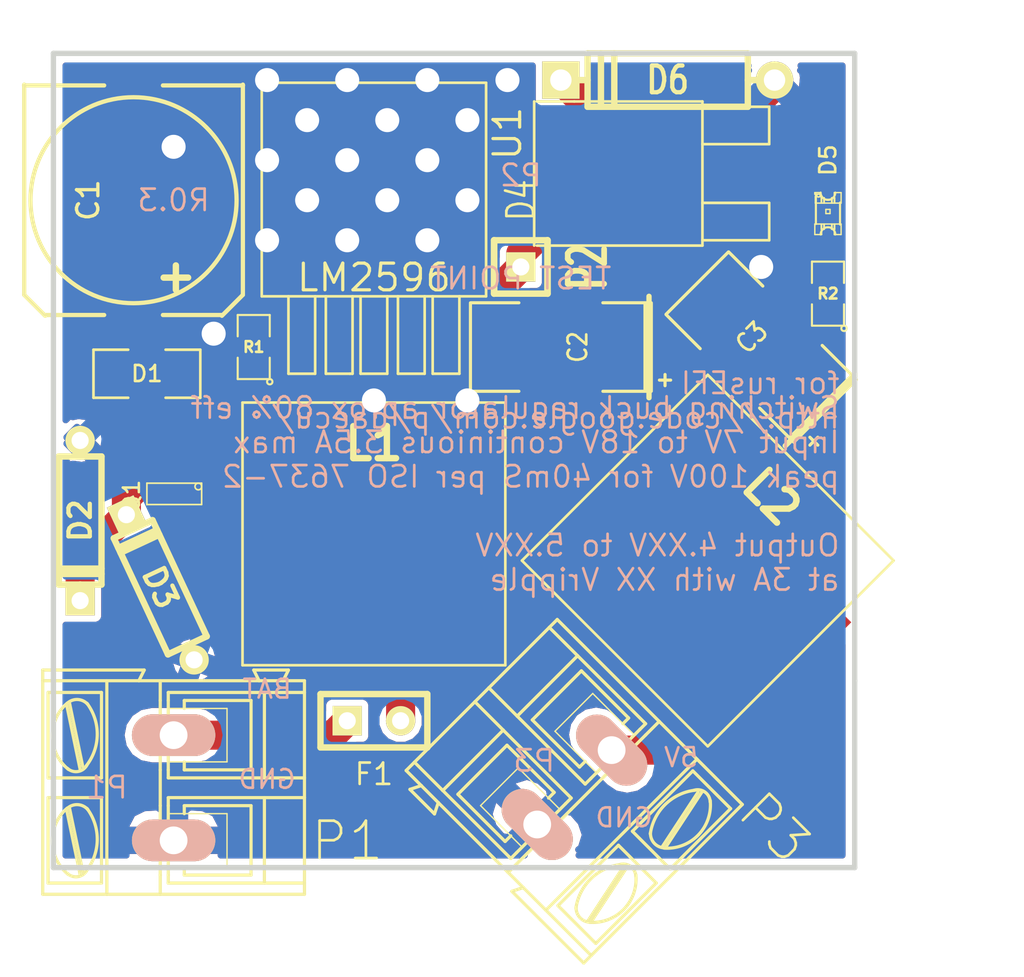
<source format=kicad_pcb>
(kicad_pcb (version 3) (host pcbnew "(2013-07-07 BZR 4022)-stable")

  (general
    (links 34)
    (no_connects 0)
    (area 160.02 92.71 212.697787 141.986)
    (thickness 1.6002)
    (drawings 19)
    (tracks 107)
    (zones 0)
    (modules 19)
    (nets 10)
  )

  (page A)
  (title_block 
    (title "PWR buck 12V switcher regulator")
    (rev "R 0.3")
    (company http://code.google.com/p/daecu/)
  )

  (layers
    (15 F.Cu signal)
    (0 B.Cu signal)
    (16 B.Adhes user)
    (17 F.Adhes user)
    (18 B.Paste user)
    (19 F.Paste user)
    (20 B.SilkS user)
    (21 F.SilkS user)
    (22 B.Mask user)
    (23 F.Mask user)
    (24 Dwgs.User user)
    (25 Cmts.User user)
    (26 Eco1.User user)
    (27 Eco2.User user)
    (28 Edge.Cuts user)
  )

  (setup
    (last_trace_width 0.2032)
    (user_trace_width 0.254)
    (user_trace_width 0.39116)
    (user_trace_width 0.508)
    (user_trace_width 0.762)
    (user_trace_width 1.38176)
    (user_trace_width 3.6068)
    (user_trace_width 9.3472)
    (trace_clearance 0.1778)
    (zone_clearance 0.3048)
    (zone_45_only no)
    (trace_min 0.1524)
    (segment_width 0.254)
    (edge_width 0.254)
    (via_size 1.016)
    (via_drill 0.508)
    (via_min_size 1.016)
    (via_min_drill 0.508)
    (user_via 1.016 0.508)
    (user_via 1.651 1.143)
    (user_via 3.6322 0.31242)
    (uvia_size 0.762)
    (uvia_drill 0.254)
    (uvias_allowed no)
    (uvia_min_size 0.762)
    (uvia_min_drill 0.254)
    (pcb_text_width 0.4318)
    (pcb_text_size 1.524 2.032)
    (mod_edge_width 0.09906)
    (mod_text_size 1.524 1.524)
    (mod_text_width 0.254)
    (pad_size 1.9812 3.9624)
    (pad_drill 1.3208)
    (pad_to_mask_clearance 0.254)
    (aux_axis_origin 0 0)
    (visible_elements 7FFFFB3F)
    (pcbplotparams
      (layerselection 284983297)
      (usegerberextensions true)
      (excludeedgelayer true)
      (linewidth 0.150000)
      (plotframeref false)
      (viasonmask false)
      (mode 1)
      (useauxorigin false)
      (hpglpennumber 1)
      (hpglpenspeed 20)
      (hpglpendiameter 15)
      (hpglpenoverlay 0)
      (psnegative false)
      (psa4output false)
      (plotreference true)
      (plotvalue true)
      (plotothertext true)
      (plotinvisibletext false)
      (padsonsilk false)
      (subtractmaskfromsilk false)
      (outputformat 1)
      (mirror false)
      (drillshape 0)
      (scaleselection 1)
      (outputdirectory gerber/))
  )

  (net 0 "")
  (net 1 /5V-REG)
  (net 2 /FB)
  (net 3 /OUT)
  (net 4 /VBAT)
  (net 5 /Vf)
  (net 6 /Vin)
  (net 7 GND)
  (net 8 N-000001)
  (net 9 N-000008)

  (net_class Default "This is the default net class."
    (clearance 0.1778)
    (trace_width 0.2032)
    (via_dia 1.016)
    (via_drill 0.508)
    (uvia_dia 0.762)
    (uvia_drill 0.254)
    (add_net "")
    (add_net N-000001)
    (add_net N-000008)
  )

  (net_class "10A EXT" ""
    (clearance 0.254)
    (trace_width 3.6068)
    (via_dia 3.6322)
    (via_drill 3.1242)
    (uvia_dia 0.762)
    (uvia_drill 0.254)
  )

  (net_class "10A INT" ""
    (clearance 0.254)
    (trace_width 9.3472)
    (via_dia 3.6322)
    (via_drill 3.1242)
    (uvia_dia 0.762)
    (uvia_drill 0.254)
  )

  (net_class "10A INT MOD" ""
    (clearance 0.254)
    (trace_width 0.254)
    (via_dia 1.016)
    (via_drill 0.508)
    (uvia_dia 0.762)
    (uvia_drill 0.254)
  )

  (net_class "1A EXT" ""
    (clearance 0.254)
    (trace_width 0.254)
    (via_dia 1.016)
    (via_drill 0.508)
    (uvia_dia 0.762)
    (uvia_drill 0.254)
  )

  (net_class "1A INT" ""
    (clearance 0.254)
    (trace_width 0.39116)
    (via_dia 1.016)
    (via_drill 0.508)
    (uvia_dia 0.762)
    (uvia_drill 0.254)
  )

  (net_class "5A EXT" ""
    (clearance 0.1524)
    (trace_width 1.38176)
    (via_dia 1.651)
    (via_drill 1.143)
    (uvia_dia 0.762)
    (uvia_drill 0.254)
    (add_net /5V-REG)
    (add_net /FB)
    (add_net /OUT)
    (add_net /VBAT)
    (add_net /Vf)
    (add_net /Vin)
    (add_net GND)
  )

  (net_class "5A INT" ""
    (clearance 0.254)
    (trace_width 3.6068)
    (via_dia 1.651)
    (via_drill 1.143)
    (uvia_dia 0.762)
    (uvia_drill 0.254)
  )

  (module SM2512 (layer F.Cu) (tedit 539C281D) (tstamp 539C2953)
    (at 186.69 109.22 180)
    (tags "CMS SM")
    (path /5378A039)
    (attr smd)
    (fp_text reference C2 (at -0.8001 0 270) (layer F.SilkS)
      (effects (font (size 0.889 0.762) (thickness 0.127)))
    )
    (fp_text value "220uF 16V" (at 0.89916 0 270) (layer F.SilkS) hide
      (effects (font (size 0.889 0.762) (thickness 0.127)))
    )
    (fp_line (start -3.99956 -2.10058) (end -3.99956 2.10058) (layer F.SilkS) (width 0.14986))
    (fp_text user + (at -4.953 -1.524 180) (layer F.SilkS)
      (effects (font (size 0.7 0.7) (thickness 0.15)))
    )
    (fp_line (start -4.30022 -2.10058) (end -4.30022 2.10058) (layer F.SilkS) (width 0.14986))
    (fp_line (start 4.30022 -2.10058) (end 4.30022 2.10058) (layer F.SilkS) (width 0.14986))
    (fp_line (start 1.99644 2.10566) (end 4.28244 2.10566) (layer F.SilkS) (width 0.14986))
    (fp_line (start 4.28244 -2.10566) (end 1.99644 -2.10566) (layer F.SilkS) (width 0.14986))
    (fp_line (start -1.99898 -2.10566) (end -4.28498 -2.10566) (layer F.SilkS) (width 0.14986))
    (fp_line (start -4.28244 2.10566) (end -1.99644 2.10566) (layer F.SilkS) (width 0.14986))
    (pad 1 smd rect (at -2.99974 0 180) (size 1.99898 2.99974)
      (layers F.Cu F.Paste F.Mask)
      (net 2 /FB)
    )
    (pad 2 smd rect (at 2.99974 0 180) (size 1.99898 2.99974)
      (layers F.Cu F.Paste F.Mask)
      (net 7 GND)
    )
    (model smd\chip_smd_pol_wide.wrl
      (at (xyz 0 0 0))
      (scale (xyz 0.35 0.35 0.35))
      (rotate (xyz 0 0 0))
    )
  )

  (module SM2512 (layer F.Cu) (tedit 539C27E3) (tstamp 533AADFF)
    (at 196.215 109.22 135)
    (tags "CMS SM")
    (path /5378A150)
    (attr smd)
    (fp_text reference C3 (at 0.635 0 225) (layer F.SilkS)
      (effects (font (size 0.889 0.762) (thickness 0.127)))
    )
    (fp_text value "220uF 16V" (at 0.89916 0 225) (layer F.SilkS) hide
      (effects (font (size 0.889 0.762) (thickness 0.127)))
    )
    (fp_line (start -3.99956 -2.10058) (end -3.99956 2.10058) (layer F.SilkS) (width 0.14986))
    (fp_text user + (at -4.939141 -1.347038 135) (layer F.SilkS)
      (effects (font (size 0.7 0.7) (thickness 0.15)))
    )
    (fp_line (start -4.30022 -2.10058) (end -4.30022 2.10058) (layer F.SilkS) (width 0.14986))
    (fp_line (start 4.30022 -2.10058) (end 4.30022 2.10058) (layer F.SilkS) (width 0.14986))
    (fp_line (start 1.99644 2.10566) (end 4.28244 2.10566) (layer F.SilkS) (width 0.14986))
    (fp_line (start 4.28244 -2.10566) (end 1.99644 -2.10566) (layer F.SilkS) (width 0.14986))
    (fp_line (start -1.99898 -2.10566) (end -4.28498 -2.10566) (layer F.SilkS) (width 0.14986))
    (fp_line (start -4.28244 2.10566) (end -1.99644 2.10566) (layer F.SilkS) (width 0.14986))
    (pad 1 smd rect (at -2.99974 0 135) (size 1.99898 2.99974)
      (layers F.Cu F.Paste F.Mask)
      (net 1 /5V-REG)
    )
    (pad 2 smd rect (at 2.99974 0 135) (size 1.99898 2.99974)
      (layers F.Cu F.Paste F.Mask)
      (net 7 GND)
    )
    (model smd\chip_smd_pol_wide.wrl
      (at (xyz 0 0 0))
      (scale (xyz 0.35 0.35 0.35))
      (rotate (xyz 0 0 0))
    )
  )

  (module SM100uH (layer F.Cu) (tedit 533B6F22) (tstamp 533AAE09)
    (at 177.8 118.11)
    (path /512921EB)
    (fp_text reference L1 (at 0 -4.2926) (layer F.SilkS)
      (effects (font (size 1.524 1.524) (thickness 0.3048)))
    )
    (fp_text value 38uH (at 0.0254 4.8514) (layer F.SilkS) hide
      (effects (font (size 1.524 1.524) (thickness 0.3048)))
    )
    (fp_line (start 6.2484 6.2484) (end -6.2484 6.2484) (layer F.SilkS) (width 0.127))
    (fp_line (start -6.2484 6.2484) (end -6.2484 -6.2484) (layer F.SilkS) (width 0.127))
    (fp_line (start -6.2484 -6.2484) (end 6.2484 -6.2484) (layer F.SilkS) (width 0.127))
    (fp_line (start 6.2484 -6.2484) (end 6.2484 6.2484) (layer F.SilkS) (width 0.127))
    (pad 1 smd rect (at -4.97586 0) (size 3.85064 5.4991)
      (layers F.Cu F.Paste F.Mask)
      (net 3 /OUT)
    )
    (pad 2 smd rect (at 4.97586 0) (size 3.85064 5.4991)
      (layers F.Cu F.Paste F.Mask)
      (net 2 /FB)
    )
    (model smd/self_cms_we-pd3.wrl
      (at (xyz 0 0 0))
      (scale (xyz 1 1 1))
      (rotate (xyz 0 0 0))
    )
  )

  (module SM100uH (layer F.Cu) (tedit 533B6F1E) (tstamp 533AAE13)
    (at 193.675 119.38 315)
    (path /52C4CD12)
    (fp_text reference L2 (at 0 -4.2926 315) (layer F.SilkS)
      (effects (font (size 1.524 1.524) (thickness 0.3048)))
    )
    (fp_text value 38uH (at 0.0254 4.8514 315) (layer F.SilkS) hide
      (effects (font (size 1.524 1.524) (thickness 0.3048)))
    )
    (fp_line (start 6.2484 6.2484) (end -6.2484 6.2484) (layer F.SilkS) (width 0.127))
    (fp_line (start -6.2484 6.2484) (end -6.2484 -6.2484) (layer F.SilkS) (width 0.127))
    (fp_line (start -6.2484 -6.2484) (end 6.2484 -6.2484) (layer F.SilkS) (width 0.127))
    (fp_line (start 6.2484 -6.2484) (end 6.2484 6.2484) (layer F.SilkS) (width 0.127))
    (pad 1 smd rect (at -4.97586 0 315) (size 3.85064 5.4991)
      (layers F.Cu F.Paste F.Mask)
      (net 2 /FB)
    )
    (pad 2 smd rect (at 4.97586 0 315) (size 3.85064 5.4991)
      (layers F.Cu F.Paste F.Mask)
      (net 1 /5V-REG)
    )
    (model smd/self_cms_we-pd3.wrl
      (at (xyz 0 0 0))
      (scale (xyz 1 1 1))
      (rotate (xyz 0 0 0))
    )
  )

  (module SM0805 (layer F.Cu) (tedit 533B6FA0) (tstamp 533AAE20)
    (at 199.39 106.68 90)
    (path /512925E9)
    (attr smd)
    (fp_text reference R2 (at 0 0 180) (layer F.SilkS)
      (effects (font (size 0.508 0.508) (thickness 0.127)))
    )
    (fp_text value 1k (at 0 0.381 90) (layer F.SilkS) hide
      (effects (font (size 0.50038 0.50038) (thickness 0.10922)))
    )
    (fp_circle (center -1.651 0.762) (end -1.651 0.635) (layer F.SilkS) (width 0.09906))
    (fp_line (start -0.508 0.762) (end -1.524 0.762) (layer F.SilkS) (width 0.09906))
    (fp_line (start -1.524 0.762) (end -1.524 -0.762) (layer F.SilkS) (width 0.09906))
    (fp_line (start -1.524 -0.762) (end -0.508 -0.762) (layer F.SilkS) (width 0.09906))
    (fp_line (start 0.508 -0.762) (end 1.524 -0.762) (layer F.SilkS) (width 0.09906))
    (fp_line (start 1.524 -0.762) (end 1.524 0.762) (layer F.SilkS) (width 0.09906))
    (fp_line (start 1.524 0.762) (end 0.508 0.762) (layer F.SilkS) (width 0.09906))
    (pad 1 smd rect (at -0.9525 0 90) (size 0.889 1.397)
      (layers F.Cu F.Paste F.Mask)
      (net 2 /FB)
    )
    (pad 2 smd rect (at 0.9525 0 90) (size 0.889 1.397)
      (layers F.Cu F.Paste F.Mask)
      (net 9 N-000008)
    )
    (model smd/chip_cms.wrl
      (at (xyz 0 0 0))
      (scale (xyz 0.1 0.1 0.1))
      (rotate (xyz 0 0 0))
    )
  )

  (module LED-0805 (layer F.Cu) (tedit 539C2871) (tstamp 533AAE5B)
    (at 199.39 102.87 90)
    (descr "LED 0805 smd package")
    (tags "LED 0805 SMD")
    (path /5129222C)
    (attr smd)
    (fp_text reference D5 (at 2.54 0 90) (layer F.SilkS)
      (effects (font (size 0.762 0.762) (thickness 0.127)))
    )
    (fp_text value GREEN (at 0 1.27 90) (layer F.SilkS) hide
      (effects (font (size 0.762 0.762) (thickness 0.127)))
    )
    (fp_line (start 0.49784 0.29972) (end 0.49784 0.62484) (layer F.SilkS) (width 0.06604))
    (fp_line (start 0.49784 0.62484) (end 0.99822 0.62484) (layer F.SilkS) (width 0.06604))
    (fp_line (start 0.99822 0.29972) (end 0.99822 0.62484) (layer F.SilkS) (width 0.06604))
    (fp_line (start 0.49784 0.29972) (end 0.99822 0.29972) (layer F.SilkS) (width 0.06604))
    (fp_line (start 0.49784 -0.32258) (end 0.49784 -0.17272) (layer F.SilkS) (width 0.06604))
    (fp_line (start 0.49784 -0.17272) (end 0.7493 -0.17272) (layer F.SilkS) (width 0.06604))
    (fp_line (start 0.7493 -0.32258) (end 0.7493 -0.17272) (layer F.SilkS) (width 0.06604))
    (fp_line (start 0.49784 -0.32258) (end 0.7493 -0.32258) (layer F.SilkS) (width 0.06604))
    (fp_line (start 0.49784 0.17272) (end 0.49784 0.32258) (layer F.SilkS) (width 0.06604))
    (fp_line (start 0.49784 0.32258) (end 0.7493 0.32258) (layer F.SilkS) (width 0.06604))
    (fp_line (start 0.7493 0.17272) (end 0.7493 0.32258) (layer F.SilkS) (width 0.06604))
    (fp_line (start 0.49784 0.17272) (end 0.7493 0.17272) (layer F.SilkS) (width 0.06604))
    (fp_line (start 0.49784 -0.19812) (end 0.49784 0.19812) (layer F.SilkS) (width 0.06604))
    (fp_line (start 0.49784 0.19812) (end 0.6731 0.19812) (layer F.SilkS) (width 0.06604))
    (fp_line (start 0.6731 -0.19812) (end 0.6731 0.19812) (layer F.SilkS) (width 0.06604))
    (fp_line (start 0.49784 -0.19812) (end 0.6731 -0.19812) (layer F.SilkS) (width 0.06604))
    (fp_line (start -0.99822 0.29972) (end -0.99822 0.62484) (layer F.SilkS) (width 0.06604))
    (fp_line (start -0.99822 0.62484) (end -0.49784 0.62484) (layer F.SilkS) (width 0.06604))
    (fp_line (start -0.49784 0.29972) (end -0.49784 0.62484) (layer F.SilkS) (width 0.06604))
    (fp_line (start -0.99822 0.29972) (end -0.49784 0.29972) (layer F.SilkS) (width 0.06604))
    (fp_line (start -0.99822 -0.62484) (end -0.99822 -0.29972) (layer F.SilkS) (width 0.06604))
    (fp_line (start -0.99822 -0.29972) (end -0.49784 -0.29972) (layer F.SilkS) (width 0.06604))
    (fp_line (start -0.49784 -0.62484) (end -0.49784 -0.29972) (layer F.SilkS) (width 0.06604))
    (fp_line (start -0.99822 -0.62484) (end -0.49784 -0.62484) (layer F.SilkS) (width 0.06604))
    (fp_line (start -0.7493 0.17272) (end -0.7493 0.32258) (layer F.SilkS) (width 0.06604))
    (fp_line (start -0.7493 0.32258) (end -0.49784 0.32258) (layer F.SilkS) (width 0.06604))
    (fp_line (start -0.49784 0.17272) (end -0.49784 0.32258) (layer F.SilkS) (width 0.06604))
    (fp_line (start -0.7493 0.17272) (end -0.49784 0.17272) (layer F.SilkS) (width 0.06604))
    (fp_line (start -0.7493 -0.32258) (end -0.7493 -0.17272) (layer F.SilkS) (width 0.06604))
    (fp_line (start -0.7493 -0.17272) (end -0.49784 -0.17272) (layer F.SilkS) (width 0.06604))
    (fp_line (start -0.49784 -0.32258) (end -0.49784 -0.17272) (layer F.SilkS) (width 0.06604))
    (fp_line (start -0.7493 -0.32258) (end -0.49784 -0.32258) (layer F.SilkS) (width 0.06604))
    (fp_line (start -0.6731 -0.19812) (end -0.6731 0.19812) (layer F.SilkS) (width 0.06604))
    (fp_line (start -0.6731 0.19812) (end -0.49784 0.19812) (layer F.SilkS) (width 0.06604))
    (fp_line (start -0.49784 -0.19812) (end -0.49784 0.19812) (layer F.SilkS) (width 0.06604))
    (fp_line (start -0.6731 -0.19812) (end -0.49784 -0.19812) (layer F.SilkS) (width 0.06604))
    (fp_line (start 0 -0.09906) (end 0 0.09906) (layer F.SilkS) (width 0.06604))
    (fp_line (start 0 0.09906) (end 0.19812 0.09906) (layer F.SilkS) (width 0.06604))
    (fp_line (start 0.19812 -0.09906) (end 0.19812 0.09906) (layer F.SilkS) (width 0.06604))
    (fp_line (start 0 -0.09906) (end 0.19812 -0.09906) (layer F.SilkS) (width 0.06604))
    (fp_line (start 0.49784 -0.59944) (end 0.49784 -0.29972) (layer F.SilkS) (width 0.06604))
    (fp_line (start 0.49784 -0.29972) (end 0.79756 -0.29972) (layer F.SilkS) (width 0.06604))
    (fp_line (start 0.79756 -0.59944) (end 0.79756 -0.29972) (layer F.SilkS) (width 0.06604))
    (fp_line (start 0.49784 -0.59944) (end 0.79756 -0.59944) (layer F.SilkS) (width 0.06604))
    (fp_line (start 0.92456 -0.62484) (end 0.92456 -0.39878) (layer F.SilkS) (width 0.06604))
    (fp_line (start 0.92456 -0.39878) (end 0.99822 -0.39878) (layer F.SilkS) (width 0.06604))
    (fp_line (start 0.99822 -0.62484) (end 0.99822 -0.39878) (layer F.SilkS) (width 0.06604))
    (fp_line (start 0.92456 -0.62484) (end 0.99822 -0.62484) (layer F.SilkS) (width 0.06604))
    (fp_line (start 0.52324 0.57404) (end -0.52324 0.57404) (layer F.SilkS) (width 0.1016))
    (fp_line (start -0.49784 -0.57404) (end 0.92456 -0.57404) (layer F.SilkS) (width 0.1016))
    (fp_circle (center 0.84836 -0.44958) (end 0.89916 -0.50038) (layer F.SilkS) (width 0.0508))
    (fp_arc (start 0.99822 0) (end 0.99822 0.34798) (angle 180) (layer F.SilkS) (width 0.1016))
    (fp_arc (start -0.99822 0) (end -0.99822 -0.34798) (angle 180) (layer F.SilkS) (width 0.1016))
    (pad 1 smd rect (at -1.04902 0 90) (size 1.19888 1.19888)
      (layers F.Cu F.Paste F.Mask)
      (net 9 N-000008)
    )
    (pad 2 smd rect (at 1.04902 0 90) (size 1.19888 1.19888)
      (layers F.Cu F.Paste F.Mask)
      (net 7 GND)
    )
  )

  (module DPAK5 (layer F.Cu) (tedit 533B6F57) (tstamp 533AAE79)
    (at 177.8 109.22)
    (tags "CMS DPACK")
    (path /52C4CA58)
    (fp_text reference U1 (at 6.35 -10.16 90) (layer F.SilkS)
      (effects (font (size 1.27 1.27) (thickness 0.1524)))
    )
    (fp_text value LM2596 (at 0 -3.302) (layer F.SilkS)
      (effects (font (size 1.27 1.27) (thickness 0.1524)))
    )
    (fp_line (start 2.794 -2.413) (end 2.794 1.27) (layer F.SilkS) (width 0.127))
    (fp_line (start 2.794 1.27) (end 4.064 1.27) (layer F.SilkS) (width 0.127))
    (fp_line (start 4.064 1.27) (end 4.064 -2.413) (layer F.SilkS) (width 0.127))
    (fp_line (start 1.143 -2.413) (end 1.143 1.27) (layer F.SilkS) (width 0.127))
    (fp_line (start 1.143 1.27) (end 2.413 1.27) (layer F.SilkS) (width 0.127))
    (fp_line (start 2.413 1.27) (end 2.413 -2.413) (layer F.SilkS) (width 0.127))
    (fp_line (start -0.635 -2.413) (end -0.635 1.27) (layer F.SilkS) (width 0.127))
    (fp_line (start -0.635 1.27) (end 0.635 1.27) (layer F.SilkS) (width 0.127))
    (fp_line (start 0.635 1.27) (end 0.635 -2.413) (layer F.SilkS) (width 0.127))
    (fp_line (start -2.286 -2.413) (end -2.286 1.27) (layer F.SilkS) (width 0.127))
    (fp_line (start -2.286 1.27) (end -1.143 1.27) (layer F.SilkS) (width 0.127))
    (fp_line (start -1.143 1.27) (end -1.016 1.27) (layer F.SilkS) (width 0.127))
    (fp_line (start -1.016 1.27) (end -1.016 -2.413) (layer F.SilkS) (width 0.127))
    (fp_line (start -4.064 -2.413) (end -4.064 1.27) (layer F.SilkS) (width 0.127))
    (fp_line (start -4.064 1.27) (end -2.794 1.27) (layer F.SilkS) (width 0.127))
    (fp_line (start -2.794 1.27) (end -2.794 -2.413) (layer F.SilkS) (width 0.127))
    (fp_line (start -5.334 -2.413) (end 5.334 -2.413) (layer F.SilkS) (width 0.127))
    (fp_line (start 5.334 -2.413) (end 5.334 -12.573) (layer F.SilkS) (width 0.127))
    (fp_line (start 5.334 -12.573) (end -5.334 -12.573) (layer F.SilkS) (width 0.127))
    (fp_line (start -5.334 -12.573) (end -5.334 -2.413) (layer F.SilkS) (width 0.127))
    (pad 1 smd rect (at -3.4036 0) (size 1.0668 2.286)
      (layers F.Cu F.Paste F.Mask)
      (net 4 /VBAT)
    )
    (pad 3 smd rect (at 0 -8.763) (size 10.668 8.89)
      (layers F.Cu F.Paste F.Mask)
      (net 7 GND)
    )
    (pad 3 smd rect (at 0 0) (size 1.0668 2.286)
      (layers F.Cu F.Paste F.Mask)
      (net 7 GND)
    )
    (pad 2 smd rect (at -1.7018 0) (size 1.0668 2.286)
      (layers F.Cu F.Paste F.Mask)
      (net 3 /OUT)
    )
    (pad 4 smd rect (at 1.7018 0) (size 1.0668 2.286)
      (layers F.Cu F.Paste F.Mask)
      (net 2 /FB)
    )
    (pad 5 smd rect (at 3.4036 0) (size 1.0668 2.286)
      (layers F.Cu F.Paste F.Mask)
      (net 7 GND)
    )
    (model smd/dpack_5.wrl
      (at (xyz 0 0 0))
      (scale (xyz 1 1 1))
      (rotate (xyz 0 0 0))
    )
  )

  (module DPAK2 (layer F.Cu) (tedit 533B7023) (tstamp 533B125E)
    (at 194.945 100.965 90)
    (descr "MOS boitier DPACK G-D-S")
    (tags "CMD DPACK")
    (path /52C4CE0F)
    (attr smd)
    (fp_text reference D4 (at -1.27 -10.16 90) (layer F.SilkS)
      (effects (font (size 1.27 1.016) (thickness 0.127)))
    )
    (fp_text value SCHDPAK (at 0 -2.413 90) (layer F.SilkS) hide
      (effects (font (size 1.016 1.016) (thickness 0.2032)))
    )
    (fp_line (start 1.397 -1.524) (end 1.397 1.651) (layer F.SilkS) (width 0.127))
    (fp_line (start 1.397 1.651) (end 3.175 1.651) (layer F.SilkS) (width 0.127))
    (fp_line (start 3.175 1.651) (end 3.175 -1.524) (layer F.SilkS) (width 0.127))
    (fp_line (start -3.175 -1.524) (end -3.175 1.651) (layer F.SilkS) (width 0.127))
    (fp_line (start -3.175 1.651) (end -1.397 1.651) (layer F.SilkS) (width 0.127))
    (fp_line (start -1.397 1.651) (end -1.397 -1.524) (layer F.SilkS) (width 0.127))
    (fp_line (start 3.429 -7.62) (end 3.429 -1.524) (layer F.SilkS) (width 0.127))
    (fp_line (start 3.429 -1.524) (end -3.429 -1.524) (layer F.SilkS) (width 0.127))
    (fp_line (start -3.429 -1.524) (end -3.429 -9.398) (layer F.SilkS) (width 0.127))
    (fp_line (start -3.429 -9.525) (end 3.429 -9.525) (layer F.SilkS) (width 0.127))
    (fp_line (start 3.429 -9.398) (end 3.429 -7.62) (layer F.SilkS) (width 0.127))
    (pad 1 smd rect (at -2.286 0 90) (size 1.651 3.048)
      (layers F.Cu F.Paste F.Mask)
      (net 7 GND)
    )
    (pad 2 smd rect (at 0 -6.35 90) (size 6.096 6.096)
      (layers F.Cu F.Paste F.Mask)
      (net 3 /OUT)
    )
    (pad 3 smd rect (at 2.286 0 90) (size 1.651 3.048)
      (layers F.Cu F.Paste F.Mask)
      (net 7 GND)
    )
    (model smd/dpack_2.wrl
      (at (xyz 0 0 0))
      (scale (xyz 1 1 1))
      (rotate (xyz 0 0 0))
    )
  )

  (module SMDSVP10 (layer F.Cu) (tedit 533B6F35) (tstamp 533A91F4)
    (at 166.37 102.235 90)
    (path /51297942)
    (attr smd)
    (fp_text reference C1 (at 0 -2.159 90) (layer F.SilkS)
      (effects (font (size 1.016 1.00076) (thickness 0.15748)))
    )
    (fp_text value "470uF 25V" (at 0 2.79908 90) (layer F.SilkS) hide
      (effects (font (size 1.016 1.00076) (thickness 0.2032)))
    )
    (fp_line (start -5.461 4.191) (end -5.461 1.397) (layer F.SilkS) (width 0.2032))
    (fp_line (start -5.461 -4.191) (end -5.461 -1.397) (layer F.SilkS) (width 0.2032))
    (fp_line (start 5.461 5.207) (end 5.461 1.397) (layer F.SilkS) (width 0.2032))
    (fp_line (start 5.461 -5.207) (end 5.461 -1.397) (layer F.SilkS) (width 0.2032))
    (fp_text user + (at -3.683 1.905 90) (layer F.SilkS)
      (effects (font (size 1.524 1.524) (thickness 0.3048)))
    )
    (fp_circle (center 0 0) (end 4.89966 0) (layer F.SilkS) (width 0.2032))
    (fp_line (start 5.4991 -5.19938) (end -4.50088 -5.19938) (layer F.SilkS) (width 0.2032))
    (fp_line (start -4.50088 -5.19938) (end -5.4991 -4.20116) (layer F.SilkS) (width 0.2032))
    (fp_line (start -5.4991 4.20116) (end -4.50088 5.19938) (layer F.SilkS) (width 0.2032))
    (fp_line (start -4.50088 5.19938) (end 5.4991 5.19938) (layer F.SilkS) (width 0.2032))
    (pad 1 smd rect (at -4.39928 0 90) (size 4.39928 1.89992)
      (layers F.Cu F.Paste F.Mask)
      (net 4 /VBAT)
    )
    (pad 2 smd rect (at 4.30022 0 90) (size 4.39928 1.89992)
      (layers F.Cu F.Paste F.Mask)
      (net 7 GND)
    )
    (model smd\capacitors\c_elec_10x10_5.wrl
      (at (xyz 0 0 0.001))
      (scale (xyz 1 1 1))
      (rotate (xyz 0 0 0))
    )
  )

  (module SM0805 (layer F.Cu) (tedit 533B6F99) (tstamp 533A9B6E)
    (at 172.085 109.22 90)
    (path /533A08F3)
    (attr smd)
    (fp_text reference R1 (at 0 0 180) (layer F.SilkS)
      (effects (font (size 0.508 0.508) (thickness 0.127)))
    )
    (fp_text value 1k (at 0 0.381 90) (layer F.SilkS) hide
      (effects (font (size 0.50038 0.50038) (thickness 0.10922)))
    )
    (fp_circle (center -1.651 0.762) (end -1.651 0.635) (layer F.SilkS) (width 0.09906))
    (fp_line (start -0.508 0.762) (end -1.524 0.762) (layer F.SilkS) (width 0.09906))
    (fp_line (start -1.524 0.762) (end -1.524 -0.762) (layer F.SilkS) (width 0.09906))
    (fp_line (start -1.524 -0.762) (end -0.508 -0.762) (layer F.SilkS) (width 0.09906))
    (fp_line (start 0.508 -0.762) (end 1.524 -0.762) (layer F.SilkS) (width 0.09906))
    (fp_line (start 1.524 -0.762) (end 1.524 0.762) (layer F.SilkS) (width 0.09906))
    (fp_line (start 1.524 0.762) (end 0.508 0.762) (layer F.SilkS) (width 0.09906))
    (pad 1 smd rect (at -0.9525 0 90) (size 0.889 1.397)
      (layers F.Cu F.Paste F.Mask)
      (net 8 N-000001)
    )
    (pad 2 smd rect (at 0.9525 0 90) (size 0.889 1.397)
      (layers F.Cu F.Paste F.Mask)
      (net 7 GND)
    )
    (model smd/chip_cms.wrl
      (at (xyz 0 0 0))
      (scale (xyz 0.1 0.1 0.1))
      (rotate (xyz 0 0 0))
    )
  )

  (module SIL-1 (layer F.Cu) (tedit 533B6F3D) (tstamp 533AADCB)
    (at 184.785 105.41 90)
    (descr "Connecteurs 1 pin")
    (tags "CONN DEV")
    (path /519D13C2)
    (fp_text reference P2 (at 0 3.175 90) (layer F.SilkS)
      (effects (font (size 1.72974 1.08712) (thickness 0.27178)))
    )
    (fp_text value CONN_1 (at 0 -2.54 90) (layer F.SilkS) hide
      (effects (font (size 1.524 1.016) (thickness 0.254)))
    )
    (fp_line (start -1.27 1.27) (end 1.27 1.27) (layer F.SilkS) (width 0.3175))
    (fp_line (start -1.27 -1.27) (end 1.27 -1.27) (layer F.SilkS) (width 0.3175))
    (fp_line (start -1.27 1.27) (end -1.27 -1.27) (layer F.SilkS) (width 0.3048))
    (fp_line (start 1.27 -1.27) (end 1.27 1.27) (layer F.SilkS) (width 0.3048))
    (pad 1 thru_hole rect (at 0 0 90) (size 1.397 1.397) (drill 0.8128)
      (layers *.Cu *.Mask F.SilkS)
      (net 3 /OUT)
    )
  )

  (module SM1206 (layer F.Cu) (tedit 42806E24) (tstamp 533C27B9)
    (at 167.005 110.49 180)
    (path /533A08FB)
    (attr smd)
    (fp_text reference D1 (at 0 0 180) (layer F.SilkS)
      (effects (font (size 0.762 0.762) (thickness 0.127)))
    )
    (fp_text value ZENERSMALL (at 0 0 180) (layer F.SilkS) hide
      (effects (font (size 0.762 0.762) (thickness 0.127)))
    )
    (fp_line (start -2.54 -1.143) (end -2.54 1.143) (layer F.SilkS) (width 0.127))
    (fp_line (start -2.54 1.143) (end -0.889 1.143) (layer F.SilkS) (width 0.127))
    (fp_line (start 0.889 -1.143) (end 2.54 -1.143) (layer F.SilkS) (width 0.127))
    (fp_line (start 2.54 -1.143) (end 2.54 1.143) (layer F.SilkS) (width 0.127))
    (fp_line (start 2.54 1.143) (end 0.889 1.143) (layer F.SilkS) (width 0.127))
    (fp_line (start -0.889 -1.143) (end -2.54 -1.143) (layer F.SilkS) (width 0.127))
    (pad 1 smd rect (at -1.651 0 180) (size 1.524 2.032)
      (layers F.Cu F.Paste F.Mask)
      (net 8 N-000001)
    )
    (pad 2 smd rect (at 1.651 0 180) (size 1.524 2.032)
      (layers F.Cu F.Paste F.Mask)
      (net 4 /VBAT)
    )
    (model smd/chip_cms.wrl
      (at (xyz 0 0 0))
      (scale (xyz 0.17 0.16 0.16))
      (rotate (xyz 0 0 0))
    )
  )

  (module SOT23 (layer F.Cu) (tedit 533B6FCD) (tstamp 533BF37F)
    (at 168.275 116.205 180)
    (tags SOT23)
    (path /52C6272D)
    (fp_text reference Q1 (at 1.99898 -0.09906 270) (layer F.SilkS)
      (effects (font (size 0.762 0.762) (thickness 0.11938)))
    )
    (fp_text value MOS_PRO (at 0.0635 0 180) (layer F.SilkS) hide
      (effects (font (size 0.50038 0.50038) (thickness 0.09906)))
    )
    (fp_circle (center -1.17602 0.35052) (end -1.30048 0.44958) (layer F.SilkS) (width 0.07874))
    (fp_line (start 1.27 -0.508) (end 1.27 0.508) (layer F.SilkS) (width 0.07874))
    (fp_line (start -1.3335 -0.508) (end -1.3335 0.508) (layer F.SilkS) (width 0.07874))
    (fp_line (start 1.27 0.508) (end -1.3335 0.508) (layer F.SilkS) (width 0.07874))
    (fp_line (start -1.3335 -0.508) (end 1.27 -0.508) (layer F.SilkS) (width 0.07874))
    (pad 3 smd rect (at 0 -1.09982 180) (size 0.8001 1.00076)
      (layers F.Cu F.Paste F.Mask)
      (net 5 /Vf)
    )
    (pad 2 smd rect (at 0.9525 1.09982 180) (size 0.8001 1.00076)
      (layers F.Cu F.Paste F.Mask)
      (net 4 /VBAT)
    )
    (pad 1 smd rect (at -0.9525 1.09982 180) (size 0.8001 1.00076)
      (layers F.Cu F.Paste F.Mask)
      (net 8 N-000001)
    )
    (model smd\SOT23_3.wrl
      (at (xyz 0 0 0))
      (scale (xyz 0.4 0.4 0.4))
      (rotate (xyz 0 0 180))
    )
  )

  (module D4 (layer F.Cu) (tedit 200000) (tstamp 533C26A0)
    (at 191.77 96.52 180)
    (descr "Diode 4 pas")
    (tags "DIODE DEV")
    (path /533B6631)
    (fp_text reference D6 (at 0 0 180) (layer F.SilkS)
      (effects (font (size 1.27 1.016) (thickness 0.2032)))
    )
    (fp_text value DIODESCH (at 0 0 180) (layer F.SilkS) hide
      (effects (font (size 1.27 1.016) (thickness 0.2032)))
    )
    (fp_line (start -3.81 -1.27) (end 3.81 -1.27) (layer F.SilkS) (width 0.3048))
    (fp_line (start 3.81 -1.27) (end 3.81 1.27) (layer F.SilkS) (width 0.3048))
    (fp_line (start 3.81 1.27) (end -3.81 1.27) (layer F.SilkS) (width 0.3048))
    (fp_line (start -3.81 1.27) (end -3.81 -1.27) (layer F.SilkS) (width 0.3048))
    (fp_line (start 3.175 -1.27) (end 3.175 1.27) (layer F.SilkS) (width 0.3048))
    (fp_line (start 2.54 1.27) (end 2.54 -1.27) (layer F.SilkS) (width 0.3048))
    (fp_line (start -3.81 0) (end -5.08 0) (layer F.SilkS) (width 0.3048))
    (fp_line (start 3.81 0) (end 5.08 0) (layer F.SilkS) (width 0.3048))
    (pad 1 thru_hole circle (at -5.08 0 180) (size 1.778 1.778) (drill 1.016)
      (layers *.Cu *.Mask F.SilkS)
      (net 7 GND)
    )
    (pad 2 thru_hole rect (at 5.08 0 180) (size 1.778 1.778) (drill 1.016)
      (layers *.Cu *.Mask F.SilkS)
      (net 3 /OUT)
    )
    (model discret/diode.wrl
      (at (xyz 0 0 0))
      (scale (xyz 0.4 0.4 0.4))
      (rotate (xyz 0 0 0))
    )
  )

  (module AK300-2 (layer F.Cu) (tedit 539C6042) (tstamp 533B1242)
    (at 168.275 130.175 90)
    (descr CONNECTOR)
    (tags CONNECTOR)
    (path /512A09C3)
    (attr virtual)
    (fp_text reference P1 (at -2.54 8.255 180) (layer F.SilkS)
      (effects (font (size 1.778 1.778) (thickness 0.127)))
    )
    (fp_text value CONN_2 (at 0.254 7.747 90) (layer F.SilkS) hide
      (effects (font (size 1.778 1.778) (thickness 0.0889)))
    )
    (fp_line (start -3.7846 2.54) (end -1.2446 2.54) (layer F.SilkS) (width 0.06604))
    (fp_line (start -1.2446 2.54) (end -1.2446 -0.254) (layer F.SilkS) (width 0.06604))
    (fp_line (start -3.7846 -0.254) (end -1.2446 -0.254) (layer F.SilkS) (width 0.06604))
    (fp_line (start -3.7846 2.54) (end -3.7846 -0.254) (layer F.SilkS) (width 0.06604))
    (fp_line (start 1.2192 2.54) (end 3.7592 2.54) (layer F.SilkS) (width 0.06604))
    (fp_line (start 3.7592 2.54) (end 3.7592 -0.254) (layer F.SilkS) (width 0.06604))
    (fp_line (start 1.2192 -0.254) (end 3.7592 -0.254) (layer F.SilkS) (width 0.06604))
    (fp_line (start 1.2192 2.54) (end 1.2192 -0.254) (layer F.SilkS) (width 0.06604))
    (fp_line (start 5.08 -6.223) (end 5.08 -3.175) (layer F.SilkS) (width 0.1524))
    (fp_line (start 5.08 -6.223) (end -5.08 -6.223) (layer F.SilkS) (width 0.1524))
    (fp_line (start 5.08 -6.223) (end 5.588 -6.223) (layer F.SilkS) (width 0.1524))
    (fp_line (start 5.588 -6.223) (end 5.588 -1.397) (layer F.SilkS) (width 0.1524))
    (fp_line (start 5.588 -1.397) (end 5.08 -1.651) (layer F.SilkS) (width 0.1524))
    (fp_line (start 5.588 5.461) (end 5.08 5.207) (layer F.SilkS) (width 0.1524))
    (fp_line (start 5.08 5.207) (end 5.08 6.223) (layer F.SilkS) (width 0.1524))
    (fp_line (start 5.588 3.81) (end 5.08 4.064) (layer F.SilkS) (width 0.1524))
    (fp_line (start 5.08 4.064) (end 5.08 5.207) (layer F.SilkS) (width 0.1524))
    (fp_line (start 5.588 3.81) (end 5.588 5.461) (layer F.SilkS) (width 0.1524))
    (fp_line (start 0.4572 6.223) (end 0.4572 4.318) (layer F.SilkS) (width 0.1524))
    (fp_line (start 4.5212 -0.254) (end 4.5212 4.318) (layer F.SilkS) (width 0.1524))
    (fp_line (start 0.4572 6.223) (end 4.5212 6.223) (layer F.SilkS) (width 0.1524))
    (fp_line (start 4.5212 6.223) (end 5.08 6.223) (layer F.SilkS) (width 0.1524))
    (fp_line (start -0.4826 6.223) (end -0.4826 4.318) (layer F.SilkS) (width 0.1524))
    (fp_line (start -0.4826 6.223) (end 0.4572 6.223) (layer F.SilkS) (width 0.1524))
    (fp_line (start -4.5466 -0.254) (end -4.5466 4.318) (layer F.SilkS) (width 0.1524))
    (fp_line (start -5.08 6.223) (end -4.5466 6.223) (layer F.SilkS) (width 0.1524))
    (fp_line (start -4.5466 6.223) (end -0.4826 6.223) (layer F.SilkS) (width 0.1524))
    (fp_line (start 0.4572 4.318) (end 4.5212 4.318) (layer F.SilkS) (width 0.1524))
    (fp_line (start 0.4572 4.318) (end 0.4572 -0.254) (layer F.SilkS) (width 0.1524))
    (fp_line (start 4.5212 4.318) (end 4.5212 6.223) (layer F.SilkS) (width 0.1524))
    (fp_line (start -0.4826 4.318) (end -4.5466 4.318) (layer F.SilkS) (width 0.1524))
    (fp_line (start -0.4826 4.318) (end -0.4826 -0.254) (layer F.SilkS) (width 0.1524))
    (fp_line (start -4.5466 4.318) (end -4.5466 6.223) (layer F.SilkS) (width 0.1524))
    (fp_line (start 4.1402 3.683) (end 4.1402 0.508) (layer F.SilkS) (width 0.1524))
    (fp_line (start 4.1402 3.683) (end 0.8382 3.683) (layer F.SilkS) (width 0.1524))
    (fp_line (start 0.8382 3.683) (end 0.8382 0.508) (layer F.SilkS) (width 0.1524))
    (fp_line (start -0.8636 3.683) (end -0.8636 0.508) (layer F.SilkS) (width 0.1524))
    (fp_line (start -0.8636 3.683) (end -4.1656 3.683) (layer F.SilkS) (width 0.1524))
    (fp_line (start -4.1656 3.683) (end -4.1656 0.508) (layer F.SilkS) (width 0.1524))
    (fp_line (start -4.1656 0.508) (end -3.7846 0.508) (layer F.SilkS) (width 0.1524))
    (fp_line (start -0.8636 0.508) (end -1.2446 0.508) (layer F.SilkS) (width 0.1524))
    (fp_line (start 0.8382 0.508) (end 1.2192 0.508) (layer F.SilkS) (width 0.1524))
    (fp_line (start 4.1402 0.508) (end 3.7592 0.508) (layer F.SilkS) (width 0.1524))
    (fp_line (start -5.08 6.223) (end -5.08 -0.635) (layer F.SilkS) (width 0.1524))
    (fp_line (start -5.08 -0.635) (end -5.08 -3.175) (layer F.SilkS) (width 0.1524))
    (fp_line (start 5.08 -1.651) (end 5.08 -0.635) (layer F.SilkS) (width 0.1524))
    (fp_line (start 5.08 -0.635) (end 5.08 4.064) (layer F.SilkS) (width 0.1524))
    (fp_line (start -5.08 -3.175) (end 5.08 -3.175) (layer F.SilkS) (width 0.1524))
    (fp_line (start -5.08 -3.175) (end -5.08 -6.223) (layer F.SilkS) (width 0.1524))
    (fp_line (start 5.08 -3.175) (end 5.08 -1.651) (layer F.SilkS) (width 0.1524))
    (fp_line (start 0.4572 -3.429) (end 0.4572 -5.969) (layer F.SilkS) (width 0.1524))
    (fp_line (start 0.4572 -5.969) (end 4.5212 -5.969) (layer F.SilkS) (width 0.1524))
    (fp_line (start 4.5212 -5.969) (end 4.5212 -3.429) (layer F.SilkS) (width 0.1524))
    (fp_line (start 4.5212 -3.429) (end 0.4572 -3.429) (layer F.SilkS) (width 0.1524))
    (fp_line (start -0.4826 -3.429) (end -0.4826 -5.969) (layer F.SilkS) (width 0.1524))
    (fp_line (start -0.4826 -3.429) (end -4.5466 -3.429) (layer F.SilkS) (width 0.1524))
    (fp_line (start -4.5466 -3.429) (end -4.5466 -5.969) (layer F.SilkS) (width 0.1524))
    (fp_line (start -0.4826 -5.969) (end -4.5466 -5.969) (layer F.SilkS) (width 0.1524))
    (fp_line (start 0.8636 -4.445) (end 3.9116 -5.08) (layer F.SilkS) (width 0.1524))
    (fp_line (start 0.9906 -4.318) (end 4.0386 -4.953) (layer F.SilkS) (width 0.1524))
    (fp_line (start -4.1402 -4.445) (end -1.08966 -5.08) (layer F.SilkS) (width 0.1524))
    (fp_line (start -4.0132 -4.318) (end -0.9652 -4.953) (layer F.SilkS) (width 0.1524))
    (fp_line (start -4.5466 -0.254) (end -4.1656 -0.254) (layer F.SilkS) (width 0.1524))
    (fp_line (start -0.4826 -0.254) (end -0.8636 -0.254) (layer F.SilkS) (width 0.1524))
    (fp_line (start -0.8636 -0.254) (end -4.1656 -0.254) (layer F.SilkS) (width 0.1524))
    (fp_line (start -5.08 -0.635) (end -4.1656 -0.635) (layer F.SilkS) (width 0.1524))
    (fp_line (start -4.1656 -0.635) (end -0.8636 -0.635) (layer F.SilkS) (width 0.1524))
    (fp_line (start -0.8636 -0.635) (end 0.8382 -0.635) (layer F.SilkS) (width 0.1524))
    (fp_line (start 5.08 -0.635) (end 4.1402 -0.635) (layer F.SilkS) (width 0.1524))
    (fp_line (start 4.1402 -0.635) (end 0.8382 -0.635) (layer F.SilkS) (width 0.1524))
    (fp_line (start 4.5212 -0.254) (end 4.1402 -0.254) (layer F.SilkS) (width 0.1524))
    (fp_line (start 0.4572 -0.254) (end 0.8382 -0.254) (layer F.SilkS) (width 0.1524))
    (fp_line (start 0.8382 -0.254) (end 4.1402 -0.254) (layer F.SilkS) (width 0.1524))
    (fp_arc (start 3.5052 -4.59486) (end 4.01066 -5.05206) (angle 90.5) (layer F.SilkS) (width 0.1524))
    (fp_arc (start 2.54 -6.0706) (end 4.00304 -4.11734) (angle 75.5) (layer F.SilkS) (width 0.1524))
    (fp_arc (start 2.46126 -3.7084) (end 0.8636 -5.0038) (angle 100) (layer F.SilkS) (width 0.1524))
    (fp_arc (start 1.3462 -4.64566) (end 1.05664 -4.1275) (angle 104.2) (layer F.SilkS) (width 0.1524))
    (fp_arc (start -1.4986 -4.59486) (end -0.9906 -5.05206) (angle 90.5) (layer F.SilkS) (width 0.1524))
    (fp_arc (start -2.46126 -6.0706) (end -0.99822 -4.11734) (angle 75.5) (layer F.SilkS) (width 0.1524))
    (fp_arc (start -2.53746 -3.7084) (end -4.1402 -5.0038) (angle 100) (layer F.SilkS) (width 0.1524))
    (fp_arc (start -3.6576 -4.64566) (end -3.94462 -4.1275) (angle 104.2) (layer F.SilkS) (width 0.1524))
    (pad 1 thru_hole oval (at -2.5146 0 90) (size 1.9812 3.9624) (drill 1.3208)
      (layers *.Cu *.Paste *.SilkS *.Mask)
      (net 7 GND)
    )
    (pad 2 thru_hole oval (at 2.4892 0 90) (size 1.9812 3.9624) (drill 1.3208)
      (layers *.Cu *.Paste *.SilkS *.Mask)
      (net 6 /Vin)
    )
  )

  (module AK300-2 (layer F.Cu) (tedit 539C6030) (tstamp 533B124C)
    (at 187.325 130.175 225)
    (descr CONNECTOR)
    (tags CONNECTOR)
    (path /5129333C)
    (attr virtual)
    (fp_text reference P3 (at -5.388154 -8.082231 315) (layer F.SilkS)
      (effects (font (size 1.778 1.778) (thickness 0.127)))
    )
    (fp_text value CONN_2 (at 0.254 7.747 225) (layer F.SilkS) hide
      (effects (font (size 1.778 1.778) (thickness 0.0889)))
    )
    (fp_line (start -3.7846 2.54) (end -1.2446 2.54) (layer F.SilkS) (width 0.06604))
    (fp_line (start -1.2446 2.54) (end -1.2446 -0.254) (layer F.SilkS) (width 0.06604))
    (fp_line (start -3.7846 -0.254) (end -1.2446 -0.254) (layer F.SilkS) (width 0.06604))
    (fp_line (start -3.7846 2.54) (end -3.7846 -0.254) (layer F.SilkS) (width 0.06604))
    (fp_line (start 1.2192 2.54) (end 3.7592 2.54) (layer F.SilkS) (width 0.06604))
    (fp_line (start 3.7592 2.54) (end 3.7592 -0.254) (layer F.SilkS) (width 0.06604))
    (fp_line (start 1.2192 -0.254) (end 3.7592 -0.254) (layer F.SilkS) (width 0.06604))
    (fp_line (start 1.2192 2.54) (end 1.2192 -0.254) (layer F.SilkS) (width 0.06604))
    (fp_line (start 5.08 -6.223) (end 5.08 -3.175) (layer F.SilkS) (width 0.1524))
    (fp_line (start 5.08 -6.223) (end -5.08 -6.223) (layer F.SilkS) (width 0.1524))
    (fp_line (start 5.08 -6.223) (end 5.588 -6.223) (layer F.SilkS) (width 0.1524))
    (fp_line (start 5.588 -6.223) (end 5.588 -1.397) (layer F.SilkS) (width 0.1524))
    (fp_line (start 5.588 -1.397) (end 5.08 -1.651) (layer F.SilkS) (width 0.1524))
    (fp_line (start 5.588 5.461) (end 5.08 5.207) (layer F.SilkS) (width 0.1524))
    (fp_line (start 5.08 5.207) (end 5.08 6.223) (layer F.SilkS) (width 0.1524))
    (fp_line (start 5.588 3.81) (end 5.08 4.064) (layer F.SilkS) (width 0.1524))
    (fp_line (start 5.08 4.064) (end 5.08 5.207) (layer F.SilkS) (width 0.1524))
    (fp_line (start 5.588 3.81) (end 5.588 5.461) (layer F.SilkS) (width 0.1524))
    (fp_line (start 0.4572 6.223) (end 0.4572 4.318) (layer F.SilkS) (width 0.1524))
    (fp_line (start 4.5212 -0.254) (end 4.5212 4.318) (layer F.SilkS) (width 0.1524))
    (fp_line (start 0.4572 6.223) (end 4.5212 6.223) (layer F.SilkS) (width 0.1524))
    (fp_line (start 4.5212 6.223) (end 5.08 6.223) (layer F.SilkS) (width 0.1524))
    (fp_line (start -0.4826 6.223) (end -0.4826 4.318) (layer F.SilkS) (width 0.1524))
    (fp_line (start -0.4826 6.223) (end 0.4572 6.223) (layer F.SilkS) (width 0.1524))
    (fp_line (start -4.5466 -0.254) (end -4.5466 4.318) (layer F.SilkS) (width 0.1524))
    (fp_line (start -5.08 6.223) (end -4.5466 6.223) (layer F.SilkS) (width 0.1524))
    (fp_line (start -4.5466 6.223) (end -0.4826 6.223) (layer F.SilkS) (width 0.1524))
    (fp_line (start 0.4572 4.318) (end 4.5212 4.318) (layer F.SilkS) (width 0.1524))
    (fp_line (start 0.4572 4.318) (end 0.4572 -0.254) (layer F.SilkS) (width 0.1524))
    (fp_line (start 4.5212 4.318) (end 4.5212 6.223) (layer F.SilkS) (width 0.1524))
    (fp_line (start -0.4826 4.318) (end -4.5466 4.318) (layer F.SilkS) (width 0.1524))
    (fp_line (start -0.4826 4.318) (end -0.4826 -0.254) (layer F.SilkS) (width 0.1524))
    (fp_line (start -4.5466 4.318) (end -4.5466 6.223) (layer F.SilkS) (width 0.1524))
    (fp_line (start 4.1402 3.683) (end 4.1402 0.508) (layer F.SilkS) (width 0.1524))
    (fp_line (start 4.1402 3.683) (end 0.8382 3.683) (layer F.SilkS) (width 0.1524))
    (fp_line (start 0.8382 3.683) (end 0.8382 0.508) (layer F.SilkS) (width 0.1524))
    (fp_line (start -0.8636 3.683) (end -0.8636 0.508) (layer F.SilkS) (width 0.1524))
    (fp_line (start -0.8636 3.683) (end -4.1656 3.683) (layer F.SilkS) (width 0.1524))
    (fp_line (start -4.1656 3.683) (end -4.1656 0.508) (layer F.SilkS) (width 0.1524))
    (fp_line (start -4.1656 0.508) (end -3.7846 0.508) (layer F.SilkS) (width 0.1524))
    (fp_line (start -0.8636 0.508) (end -1.2446 0.508) (layer F.SilkS) (width 0.1524))
    (fp_line (start 0.8382 0.508) (end 1.2192 0.508) (layer F.SilkS) (width 0.1524))
    (fp_line (start 4.1402 0.508) (end 3.7592 0.508) (layer F.SilkS) (width 0.1524))
    (fp_line (start -5.08 6.223) (end -5.08 -0.635) (layer F.SilkS) (width 0.1524))
    (fp_line (start -5.08 -0.635) (end -5.08 -3.175) (layer F.SilkS) (width 0.1524))
    (fp_line (start 5.08 -1.651) (end 5.08 -0.635) (layer F.SilkS) (width 0.1524))
    (fp_line (start 5.08 -0.635) (end 5.08 4.064) (layer F.SilkS) (width 0.1524))
    (fp_line (start -5.08 -3.175) (end 5.08 -3.175) (layer F.SilkS) (width 0.1524))
    (fp_line (start -5.08 -3.175) (end -5.08 -6.223) (layer F.SilkS) (width 0.1524))
    (fp_line (start 5.08 -3.175) (end 5.08 -1.651) (layer F.SilkS) (width 0.1524))
    (fp_line (start 0.4572 -3.429) (end 0.4572 -5.969) (layer F.SilkS) (width 0.1524))
    (fp_line (start 0.4572 -5.969) (end 4.5212 -5.969) (layer F.SilkS) (width 0.1524))
    (fp_line (start 4.5212 -5.969) (end 4.5212 -3.429) (layer F.SilkS) (width 0.1524))
    (fp_line (start 4.5212 -3.429) (end 0.4572 -3.429) (layer F.SilkS) (width 0.1524))
    (fp_line (start -0.4826 -3.429) (end -0.4826 -5.969) (layer F.SilkS) (width 0.1524))
    (fp_line (start -0.4826 -3.429) (end -4.5466 -3.429) (layer F.SilkS) (width 0.1524))
    (fp_line (start -4.5466 -3.429) (end -4.5466 -5.969) (layer F.SilkS) (width 0.1524))
    (fp_line (start -0.4826 -5.969) (end -4.5466 -5.969) (layer F.SilkS) (width 0.1524))
    (fp_line (start 0.8636 -4.445) (end 3.9116 -5.08) (layer F.SilkS) (width 0.1524))
    (fp_line (start 0.9906 -4.318) (end 4.0386 -4.953) (layer F.SilkS) (width 0.1524))
    (fp_line (start -4.1402 -4.445) (end -1.08966 -5.08) (layer F.SilkS) (width 0.1524))
    (fp_line (start -4.0132 -4.318) (end -0.9652 -4.953) (layer F.SilkS) (width 0.1524))
    (fp_line (start -4.5466 -0.254) (end -4.1656 -0.254) (layer F.SilkS) (width 0.1524))
    (fp_line (start -0.4826 -0.254) (end -0.8636 -0.254) (layer F.SilkS) (width 0.1524))
    (fp_line (start -0.8636 -0.254) (end -4.1656 -0.254) (layer F.SilkS) (width 0.1524))
    (fp_line (start -5.08 -0.635) (end -4.1656 -0.635) (layer F.SilkS) (width 0.1524))
    (fp_line (start -4.1656 -0.635) (end -0.8636 -0.635) (layer F.SilkS) (width 0.1524))
    (fp_line (start -0.8636 -0.635) (end 0.8382 -0.635) (layer F.SilkS) (width 0.1524))
    (fp_line (start 5.08 -0.635) (end 4.1402 -0.635) (layer F.SilkS) (width 0.1524))
    (fp_line (start 4.1402 -0.635) (end 0.8382 -0.635) (layer F.SilkS) (width 0.1524))
    (fp_line (start 4.5212 -0.254) (end 4.1402 -0.254) (layer F.SilkS) (width 0.1524))
    (fp_line (start 0.4572 -0.254) (end 0.8382 -0.254) (layer F.SilkS) (width 0.1524))
    (fp_line (start 0.8382 -0.254) (end 4.1402 -0.254) (layer F.SilkS) (width 0.1524))
    (fp_arc (start 3.5052 -4.59486) (end 4.01066 -5.05206) (angle 90.5) (layer F.SilkS) (width 0.1524))
    (fp_arc (start 2.54 -6.0706) (end 4.00304 -4.11734) (angle 75.5) (layer F.SilkS) (width 0.1524))
    (fp_arc (start 2.46126 -3.7084) (end 0.8636 -5.0038) (angle 100) (layer F.SilkS) (width 0.1524))
    (fp_arc (start 1.3462 -4.64566) (end 1.05664 -4.1275) (angle 104.2) (layer F.SilkS) (width 0.1524))
    (fp_arc (start -1.4986 -4.59486) (end -0.9906 -5.05206) (angle 90.5) (layer F.SilkS) (width 0.1524))
    (fp_arc (start -2.46126 -6.0706) (end -0.99822 -4.11734) (angle 75.5) (layer F.SilkS) (width 0.1524))
    (fp_arc (start -2.53746 -3.7084) (end -4.1402 -5.0038) (angle 100) (layer F.SilkS) (width 0.1524))
    (fp_arc (start -3.6576 -4.64566) (end -3.94462 -4.1275) (angle 104.2) (layer F.SilkS) (width 0.1524))
    (pad 1 thru_hole oval (at -2.5146 0 225) (size 1.9812 3.9624) (drill 1.3208)
      (layers *.Cu *.Paste *.SilkS *.Mask)
      (net 1 /5V-REG)
    )
    (pad 2 thru_hole oval (at 2.4892 0 225) (size 1.9812 3.9624) (drill 1.3208)
      (layers *.Cu *.Paste *.SilkS *.Mask)
      (net 7 GND)
    )
  )

  (module D3 (layer F.Cu) (tedit 200000) (tstamp 533A9BD0)
    (at 167.64 120.65 115)
    (descr "Diode 3 pas")
    (tags "DIODE DEV")
    (path /52C60732)
    (fp_text reference D3 (at 0 0 115) (layer F.SilkS)
      (effects (font (size 1.016 1.016) (thickness 0.2032)))
    )
    (fp_text value TVS (at 0 0 115) (layer F.SilkS) hide
      (effects (font (size 1.016 1.016) (thickness 0.2032)))
    )
    (fp_line (start 3.81 0) (end 3.048 0) (layer F.SilkS) (width 0.3048))
    (fp_line (start 3.048 0) (end 3.048 -1.016) (layer F.SilkS) (width 0.3048))
    (fp_line (start 3.048 -1.016) (end -3.048 -1.016) (layer F.SilkS) (width 0.3048))
    (fp_line (start -3.048 -1.016) (end -3.048 0) (layer F.SilkS) (width 0.3048))
    (fp_line (start -3.048 0) (end -3.81 0) (layer F.SilkS) (width 0.3048))
    (fp_line (start -3.048 0) (end -3.048 1.016) (layer F.SilkS) (width 0.3048))
    (fp_line (start -3.048 1.016) (end 3.048 1.016) (layer F.SilkS) (width 0.3048))
    (fp_line (start 3.048 1.016) (end 3.048 0) (layer F.SilkS) (width 0.3048))
    (fp_line (start 2.54 -1.016) (end 2.54 1.016) (layer F.SilkS) (width 0.3048))
    (fp_line (start 2.286 1.016) (end 2.286 -1.016) (layer F.SilkS) (width 0.3048))
    (pad 2 thru_hole rect (at 3.81 0 115) (size 1.397 1.397) (drill 0.8128)
      (layers *.Cu *.Mask F.SilkS)
      (net 4 /VBAT)
    )
    (pad 1 thru_hole circle (at -3.81 0 115) (size 1.397 1.397) (drill 0.8128)
      (layers *.Cu *.Mask F.SilkS)
      (net 7 GND)
    )
    (model discret/diode.wrl
      (at (xyz 0 0 0))
      (scale (xyz 0.3 0.3 0.3))
      (rotate (xyz 0 0 0))
    )
  )

  (module D3 (layer F.Cu) (tedit 200000) (tstamp 533AADE3)
    (at 163.83 117.475 270)
    (descr "Diode 3 pas")
    (tags "DIODE DEV")
    (path /52C61746)
    (fp_text reference D2 (at 0 0 270) (layer F.SilkS)
      (effects (font (size 1.016 1.016) (thickness 0.2032)))
    )
    (fp_text value TVS (at 0 0 270) (layer F.SilkS) hide
      (effects (font (size 1.016 1.016) (thickness 0.2032)))
    )
    (fp_line (start 3.81 0) (end 3.048 0) (layer F.SilkS) (width 0.3048))
    (fp_line (start 3.048 0) (end 3.048 -1.016) (layer F.SilkS) (width 0.3048))
    (fp_line (start 3.048 -1.016) (end -3.048 -1.016) (layer F.SilkS) (width 0.3048))
    (fp_line (start -3.048 -1.016) (end -3.048 0) (layer F.SilkS) (width 0.3048))
    (fp_line (start -3.048 0) (end -3.81 0) (layer F.SilkS) (width 0.3048))
    (fp_line (start -3.048 0) (end -3.048 1.016) (layer F.SilkS) (width 0.3048))
    (fp_line (start -3.048 1.016) (end 3.048 1.016) (layer F.SilkS) (width 0.3048))
    (fp_line (start 3.048 1.016) (end 3.048 0) (layer F.SilkS) (width 0.3048))
    (fp_line (start 2.54 -1.016) (end 2.54 1.016) (layer F.SilkS) (width 0.3048))
    (fp_line (start 2.286 1.016) (end 2.286 -1.016) (layer F.SilkS) (width 0.3048))
    (pad 2 thru_hole rect (at 3.81 0 270) (size 1.397 1.397) (drill 0.8128)
      (layers *.Cu *.Mask F.SilkS)
      (net 4 /VBAT)
    )
    (pad 1 thru_hole circle (at -3.81 0 270) (size 1.397 1.397) (drill 0.8128)
      (layers *.Cu *.Mask F.SilkS)
      (net 7 GND)
    )
    (model discret/diode.wrl
      (at (xyz 0 0 0))
      (scale (xyz 0.3 0.3 0.3))
      (rotate (xyz 0 0 0))
    )
  )

  (module SIL-2 (layer F.Cu) (tedit 5341B91B) (tstamp 533A9201)
    (at 177.8 127)
    (descr "Connecteurs 2 pins")
    (tags "CONN DEV")
    (path /533A8E21)
    (fp_text reference F1 (at 0 2.54) (layer F.SilkS)
      (effects (font (size 1.016 1.016) (thickness 0.127)))
    )
    (fp_text value 3.5A (at 0 -2.54) (layer F.SilkS) hide
      (effects (font (size 1.524 1.016) (thickness 0.3048)))
    )
    (fp_line (start -2.54 1.27) (end -2.54 -1.27) (layer F.SilkS) (width 0.3048))
    (fp_line (start -2.54 -1.27) (end 2.54 -1.27) (layer F.SilkS) (width 0.3048))
    (fp_line (start 2.54 -1.27) (end 2.54 1.27) (layer F.SilkS) (width 0.3048))
    (fp_line (start 2.54 1.27) (end -2.54 1.27) (layer F.SilkS) (width 0.3048))
    (pad 1 thru_hole rect (at -1.27 0) (size 1.397 1.397) (drill 0.8128)
      (layers *.Cu *.Mask F.SilkS)
      (net 6 /Vin)
    )
    (pad 2 thru_hole circle (at 1.27 0) (size 1.397 1.397) (drill 0.8128)
      (layers *.Cu *.Mask F.SilkS)
      (net 5 /Vf)
    )
  )

  (gr_line (start 200.66 110.617) (end 200.66 110.49) (angle 90) (layer F.SilkS) (width 0.254))
  (gr_line (start 197.358 113.919) (end 200.66 110.617) (angle 90) (layer F.SilkS) (width 0.254))
  (gr_line (start 190.881 106.807) (end 190.881 111.633) (angle 90) (layer F.SilkS) (width 0.254))
  (dimension 38.1 (width 0.381) (layer Cmts.User)
    (gr_text "1.5000 in" (at 181.61 140.207999) (layer Cmts.User)
      (effects (font (size 2.032 1.524) (thickness 0.381)))
    )
    (feature1 (pts (xy 162.56 134.62) (xy 162.56 141.985999)))
    (feature2 (pts (xy 200.66 134.62) (xy 200.66 141.985999)))
    (crossbar (pts (xy 200.66 138.429999) (xy 162.56 138.429999)))
    (arrow1a (pts (xy 162.56 138.429999) (xy 163.686503 137.843579)))
    (arrow1b (pts (xy 162.56 138.429999) (xy 163.686503 139.016419)))
    (arrow2a (pts (xy 200.66 138.429999) (xy 199.533497 137.843579)))
    (arrow2b (pts (xy 200.66 138.429999) (xy 199.533497 139.016419)))
  )
  (dimension 38.735 (width 0.381) (layer Cmts.User)
    (gr_text "1.5250 in" (at 206.882999 114.6175 270) (layer Cmts.User)
      (effects (font (size 2.032 1.524) (thickness 0.381)))
    )
    (feature1 (pts (xy 201.295 133.985) (xy 208.660999 133.985)))
    (feature2 (pts (xy 201.295 95.25) (xy 208.660999 95.25)))
    (crossbar (pts (xy 205.104999 95.25) (xy 205.104999 133.985)))
    (arrow1a (pts (xy 205.104999 133.985) (xy 204.518579 132.858497)))
    (arrow1b (pts (xy 205.104999 133.985) (xy 205.691419 132.858497)))
    (arrow2a (pts (xy 205.104999 95.25) (xy 204.518579 96.376503)))
    (arrow2b (pts (xy 205.104999 95.25) (xy 205.691419 96.376503)))
  )
  (gr_line (start 162.56 125.095) (end 162.56 133.985) (angle 90) (layer Edge.Cuts) (width 0.254))
  (gr_line (start 200.66 125.095) (end 200.66 133.985) (angle 90) (layer Edge.Cuts) (width 0.254))
  (gr_text "5V\n\n        GND\n" (at 192.405 130.175) (layer B.SilkS)
    (effects (font (size 0.889 0.889) (thickness 0.127)) (justify mirror))
  )
  (gr_text "BAT\n\n\nGND" (at 172.72 127.635) (layer B.SilkS)
    (effects (font (size 0.889 0.889) (thickness 0.127)) (justify mirror))
  )
  (gr_text "Switching buck regulator aprox 80% eff\nInput 7V to 18V continious 3.5A max\npeak 100V for 40mS per ISO 7637-2\n\nOutput 4.XXV to 5.XXV \nat 3A with XX Vripple " (at 200.025 116.205) (layer B.SilkS)
    (effects (font (size 1.016 1.016) (thickness 0.127)) (justify left mirror))
  )
  (gr_text "for rusEFI\nhttp://code.google.com/p/daecu/\n" (at 200.025 111.76) (layer B.SilkS)
    (effects (font (size 1.016 1.016) (thickness 0.127)) (justify left mirror))
  )
  (gr_text R0.3 (at 168.275 102.235) (layer B.SilkS)
    (effects (font (size 1.016 1.016) (thickness 0.127)) (justify mirror))
  )
  (gr_text P3 (at 185.42 128.905) (layer B.SilkS)
    (effects (font (size 1.016 1.016) (thickness 0.127)) (justify mirror))
  )
  (gr_text "P2\n\n\nTEST POINT" (at 184.785 103.505) (layer B.SilkS)
    (effects (font (size 1.016 1.016) (thickness 0.127)) (justify mirror))
  )
  (gr_text P1 (at 165.1 130.175) (layer B.SilkS)
    (effects (font (size 1.016 1.016) (thickness 0.127)) (justify mirror))
  )
  (gr_line (start 162.56 95.25) (end 200.66 95.25) (angle 90) (layer Edge.Cuts) (width 0.254))
  (gr_line (start 200.66 133.985) (end 162.56 133.985) (angle 90) (layer Edge.Cuts) (width 0.254))
  (gr_line (start 200.66 95.25) (end 200.66 125.095) (angle 90) (layer Edge.Cuts) (width 0.254))
  (gr_line (start 162.56 125.095) (end 162.56 95.25) (angle 90) (layer Edge.Cuts) (width 0.254))

  (segment (start 198.336136 111.341136) (end 198.336136 121.755792) (width 1.38176) (layer F.Cu) (net 1))
  (segment (start 198.336136 121.755792) (end 197.193464 122.898464) (width 1.38176) (layer F.Cu) (net 1) (tstamp 539C29B5))
  (segment (start 189.103091 128.396909) (end 191.695019 128.396909) (width 1.38176) (layer F.Cu) (net 1))
  (segment (start 191.695019 128.396909) (end 197.193464 122.898464) (width 1.38176) (layer F.Cu) (net 1) (tstamp 539C29B2))
  (segment (start 190.156536 115.861536) (end 190.156536 115.278464) (width 1.38176) (layer F.Cu) (net 2))
  (segment (start 197.8025 107.6325) (end 199.39 107.6325) (width 1.38176) (layer F.Cu) (net 2) (tstamp 539C29B9))
  (segment (start 190.156536 115.278464) (end 197.8025 107.6325) (width 1.38176) (layer F.Cu) (net 2) (tstamp 539C29B8))
  (segment (start 189.68974 109.22) (end 189.68974 115.39474) (width 1.38176) (layer F.Cu) (net 2))
  (segment (start 189.68974 115.39474) (end 190.156536 115.861536) (width 1.38176) (layer F.Cu) (net 2) (tstamp 539C29AF))
  (segment (start 182.77586 118.11) (end 187.908072 118.11) (width 1.38176) (layer F.Cu) (net 2))
  (segment (start 187.908072 118.11) (end 190.156536 115.861536) (width 1.38176) (layer F.Cu) (net 2) (tstamp 539C29AC))
  (segment (start 182.77586 118.11) (end 179.5018 114.83594) (width 1.38176) (layer F.Cu) (net 2))
  (segment (start 179.5018 114.83594) (end 179.5018 109.22) (width 1.38176) (layer F.Cu) (net 2) (tstamp 533C288D))
  (segment (start 188.595 100.965) (end 184.785 104.775) (width 1.38176) (layer F.Cu) (net 3))
  (segment (start 184.785 104.775) (end 184.785 105.41) (width 1.38176) (layer F.Cu) (net 3) (tstamp 533C287F))
  (segment (start 184.785 105.41) (end 183.515 106.68) (width 1.38176) (layer F.Cu) (net 3))
  (segment (start 183.515 106.68) (end 176.784 106.68) (width 1.38176) (layer F.Cu) (net 3) (tstamp 533C2878))
  (segment (start 176.784 106.68) (end 176.022 107.442) (width 1.38176) (layer F.Cu) (net 3) (tstamp 533C2879))
  (segment (start 176.022 107.442) (end 176.022 109.1438) (width 1.38176) (layer F.Cu) (net 3) (tstamp 533C287A))
  (segment (start 176.022 109.1438) (end 176.0982 109.22) (width 1.38176) (layer F.Cu) (net 3) (tstamp 533C287B))
  (segment (start 172.82414 118.11) (end 176.0982 114.83594) (width 1.38176) (layer F.Cu) (net 3))
  (segment (start 176.0982 114.83594) (end 176.0982 109.22) (width 1.38176) (layer F.Cu) (net 3) (tstamp 533C2869))
  (segment (start 186.69 96.52) (end 188.595 98.425) (width 1.38176) (layer F.Cu) (net 3))
  (segment (start 188.595 98.425) (end 188.595 100.965) (width 1.38176) (layer F.Cu) (net 3) (tstamp 533C2846))
  (segment (start 167.3225 115.10518) (end 167.3225 114.6175) (width 1.38176) (layer F.Cu) (net 4))
  (segment (start 165.354 112.649) (end 165.354 110.49) (width 1.38176) (layer F.Cu) (net 4) (tstamp 53421157))
  (segment (start 167.3225 114.6175) (end 165.354 112.649) (width 1.38176) (layer F.Cu) (net 4) (tstamp 53421156))
  (segment (start 166.029824 117.196967) (end 166.029824 116.397856) (width 1.38176) (layer F.Cu) (net 4))
  (segment (start 166.029824 116.397856) (end 167.3225 115.10518) (width 1.38176) (layer F.Cu) (net 4) (tstamp 5342114B))
  (segment (start 163.83 121.285) (end 163.83 119.396791) (width 1.38176) (layer F.Cu) (net 4))
  (segment (start 163.83 119.396791) (end 166.029824 117.196967) (width 1.38176) (layer F.Cu) (net 4) (tstamp 53421148))
  (segment (start 174.3964 109.22) (end 174.3964 107.7214) (width 1.38176) (layer F.Cu) (net 4))
  (segment (start 173.30928 106.63428) (end 166.37 106.63428) (width 1.38176) (layer F.Cu) (net 4) (tstamp 533C27CC))
  (segment (start 174.3964 107.7214) (end 173.30928 106.63428) (width 1.38176) (layer F.Cu) (net 4) (tstamp 533C27CB))
  (segment (start 166.37 106.63428) (end 166.37 109.474) (width 1.38176) (layer F.Cu) (net 4))
  (segment (start 166.37 109.474) (end 165.354 110.49) (width 1.38176) (layer F.Cu) (net 4) (tstamp 533C27C8))
  (segment (start 179.07 127) (end 179.07 125.73) (width 1.38176) (layer F.Cu) (net 5))
  (segment (start 168.275 120.015) (end 168.275 117.30482) (width 1.38176) (layer F.Cu) (net 5) (tstamp 53421145))
  (segment (start 171.45 123.19) (end 168.275 120.015) (width 1.38176) (layer F.Cu) (net 5) (tstamp 53421144))
  (segment (start 176.53 123.19) (end 171.45 123.19) (width 1.38176) (layer F.Cu) (net 5) (tstamp 53421143))
  (segment (start 179.07 125.73) (end 176.53 123.19) (width 1.38176) (layer F.Cu) (net 5) (tstamp 53421142))
  (segment (start 168.275 127.6858) (end 175.8442 127.6858) (width 1.38176) (layer F.Cu) (net 6))
  (segment (start 175.8442 127.6858) (end 176.53 127) (width 1.38176) (layer F.Cu) (net 6) (tstamp 5342113F))
  (segment (start 196.215 105.41) (end 196.215 103.505) (width 1.38176) (layer F.Cu) (net 7))
  (via (at 196.215 105.41) (size 1.651) (layers F.Cu B.Cu) (net 7))
  (segment (start 197.89902 101.82098) (end 199.39 101.82098) (width 1.38176) (layer F.Cu) (net 7) (tstamp 539C29C9))
  (segment (start 196.215 103.505) (end 197.89902 101.82098) (width 1.38176) (layer F.Cu) (net 7) (tstamp 539C29C8))
  (segment (start 196.215 105.41) (end 196.215 104.521) (width 1.38176) (layer F.Cu) (net 7))
  (segment (start 194.526136 107.098864) (end 196.215 105.41) (width 1.38176) (layer F.Cu) (net 7) (tstamp 539C29BE))
  (segment (start 194.093864 107.098864) (end 194.526136 107.098864) (width 1.38176) (layer F.Cu) (net 7))
  (segment (start 196.215 104.521) (end 194.945 103.251) (width 1.38176) (layer F.Cu) (net 7) (tstamp 539C29C5))
  (segment (start 183.69026 109.22) (end 182.245 110.66526) (width 1.38176) (layer F.Cu) (net 7))
  (via (at 182.245 111.76) (size 1.651) (layers F.Cu B.Cu) (net 7))
  (segment (start 182.245 110.66526) (end 182.245 111.76) (width 1.38176) (layer F.Cu) (net 7) (tstamp 533C2857))
  (segment (start 177.8 109.22) (end 177.8 111.76) (width 1.38176) (layer F.Cu) (net 7))
  (via (at 177.8 111.76) (size 1.651) (layers F.Cu B.Cu) (net 7))
  (segment (start 166.37 97.93478) (end 168.13022 99.695) (width 1.38176) (layer F.Cu) (net 7))
  (via (at 168.275 99.695) (size 1.651) (layers F.Cu B.Cu) (net 7))
  (segment (start 168.13022 99.695) (end 168.275 99.695) (width 1.38176) (layer F.Cu) (net 7) (tstamp 533C2842))
  (segment (start 194.945 98.679) (end 196.85 96.774) (width 1.38176) (layer F.Cu) (net 7))
  (segment (start 196.85 96.774) (end 196.85 96.52) (width 1.38176) (layer F.Cu) (net 7) (tstamp 533C282C))
  (segment (start 177.8 100.457) (end 173.863 96.52) (width 1.38176) (layer F.Cu) (net 7))
  (segment (start 176.53 104.14) (end 177.8 100.457) (width 1.38176) (layer F.Cu) (net 7) (tstamp 533C282B))
  (via (at 176.53 104.14) (size 1.651) (layers F.Cu B.Cu) (net 7))
  (segment (start 172.72 104.14) (end 176.53 104.14) (width 1.38176) (layer B.Cu) (net 7) (tstamp 533C2827))
  (via (at 172.72 104.14) (size 1.651) (layers F.Cu B.Cu) (net 7))
  (segment (start 172.72 100.33) (end 172.72 104.14) (width 1.38176) (layer F.Cu) (net 7) (tstamp 533C2824))
  (via (at 172.72 100.33) (size 1.651) (layers F.Cu B.Cu) (net 7))
  (segment (start 174.625 102.235) (end 172.72 100.33) (width 1.38176) (layer B.Cu) (net 7) (tstamp 533C2821))
  (via (at 174.625 102.235) (size 1.651) (layers F.Cu B.Cu) (net 7))
  (segment (start 176.53 100.33) (end 174.625 102.235) (width 1.38176) (layer F.Cu) (net 7) (tstamp 533C281E))
  (via (at 176.53 100.33) (size 1.651) (layers F.Cu B.Cu) (net 7))
  (segment (start 178.435 102.235) (end 176.53 100.33) (width 1.38176) (layer B.Cu) (net 7) (tstamp 533C281B))
  (via (at 178.435 102.235) (size 1.651) (layers F.Cu B.Cu) (net 7))
  (segment (start 180.34 104.14) (end 178.435 102.235) (width 1.38176) (layer F.Cu) (net 7) (tstamp 533C2818))
  (via (at 180.34 104.14) (size 1.651) (layers F.Cu B.Cu) (net 7))
  (segment (start 182.245 102.235) (end 180.34 104.14) (width 1.38176) (layer B.Cu) (net 7) (tstamp 533C2815))
  (via (at 182.245 102.235) (size 1.651) (layers F.Cu B.Cu) (net 7))
  (segment (start 180.34 100.33) (end 182.245 102.235) (width 1.38176) (layer F.Cu) (net 7) (tstamp 533C2812))
  (via (at 180.34 100.33) (size 1.651) (layers F.Cu B.Cu) (net 7))
  (segment (start 184.15 96.52) (end 180.34 100.33) (width 1.38176) (layer B.Cu) (net 7) (tstamp 533C280F))
  (via (at 184.15 96.52) (size 1.651) (layers F.Cu B.Cu) (net 7))
  (segment (start 182.245 98.425) (end 184.15 96.52) (width 1.38176) (layer F.Cu) (net 7) (tstamp 533C280C))
  (via (at 182.245 98.425) (size 1.651) (layers F.Cu B.Cu) (net 7))
  (segment (start 180.34 96.52) (end 182.245 98.425) (width 1.38176) (layer B.Cu) (net 7) (tstamp 533C2809))
  (via (at 180.34 96.52) (size 1.651) (layers F.Cu B.Cu) (net 7))
  (segment (start 178.435 98.425) (end 180.34 96.52) (width 1.38176) (layer F.Cu) (net 7) (tstamp 533C2806))
  (via (at 178.435 98.425) (size 1.651) (layers F.Cu B.Cu) (net 7))
  (segment (start 176.53 96.52) (end 178.435 98.425) (width 1.38176) (layer B.Cu) (net 7) (tstamp 533C2803))
  (via (at 176.53 96.52) (size 1.651) (layers F.Cu B.Cu) (net 7))
  (segment (start 174.625 98.425) (end 176.53 96.52) (width 1.38176) (layer F.Cu) (net 7) (tstamp 533C2800))
  (via (at 174.625 98.425) (size 1.651) (layers F.Cu B.Cu) (net 7))
  (segment (start 172.72 96.52) (end 174.625 98.425) (width 1.38176) (layer B.Cu) (net 7) (tstamp 533C27FD))
  (via (at 172.72 96.52) (size 1.651) (layers F.Cu B.Cu) (net 7))
  (segment (start 173.863 96.52) (end 172.72 96.52) (width 1.38176) (layer F.Cu) (net 7) (tstamp 533C27FB))
  (segment (start 183.69026 109.22) (end 182.245 109.22) (width 1.38176) (layer F.Cu) (net 7))
  (segment (start 182.245 109.22) (end 181.2036 109.22) (width 1.38176) (layer F.Cu) (net 7) (tstamp 533C27E7))
  (segment (start 172.085 108.2675) (end 170.4975 108.2675) (width 1.38176) (layer F.Cu) (net 7))
  (via (at 170.18 108.585) (size 1.651) (layers F.Cu B.Cu) (net 7))
  (segment (start 170.4975 108.2675) (end 170.18 108.585) (width 1.38176) (layer F.Cu) (net 7) (tstamp 533C27DB))
  (segment (start 172.085 110.1725) (end 168.9735 110.1725) (width 0.2032) (layer F.Cu) (net 8))
  (segment (start 168.9735 110.1725) (end 168.656 110.49) (width 0.2032) (layer F.Cu) (net 8) (tstamp 533C27BF))
  (segment (start 169.2275 115.10518) (end 169.08018 115.10518) (width 0.2032) (layer F.Cu) (net 8))
  (segment (start 168.275 110.871) (end 168.656 110.49) (width 0.2032) (layer F.Cu) (net 8) (tstamp 533C27BC))
  (segment (start 168.275 114.3) (end 168.275 110.871) (width 0.2032) (layer F.Cu) (net 8) (tstamp 533C27BB))
  (segment (start 169.08018 115.10518) (end 168.275 114.3) (width 0.2032) (layer F.Cu) (net 8) (tstamp 533C27BA))
  (segment (start 199.39 105.7275) (end 199.39 103.91902) (width 0.2032) (layer F.Cu) (net 9))

  (zone (net 7) (net_name GND) (layer F.Cu) (tstamp 533C289A) (hatch edge 0.508)
    (connect_pads (clearance 0.3048))
    (min_thickness 0.3048)
    (fill (arc_segments 16) (thermal_gap 0.3) (thermal_bridge_width 1.38176) (smoothing fillet) (radius 0.508))
    (polygon
      (pts
        (xy 161.29 93.98) (xy 201.93 93.98) (xy 201.93 135.89) (xy 161.29 135.89)
      )
    )
    (filled_polygon
      (pts
        (xy 165.94271 114.86134) (xy 165.218009 115.586041) (xy 164.969136 115.958504) (xy 164.881744 116.397856) (xy 164.881744 116.457064)
        (xy 164.826254 116.48294) (xy 164.703257 116.616933) (xy 164.6409 116.787794) (xy 164.648058 116.955102) (xy 164.290983 117.312177)
        (xy 163.1442 118.458961) (xy 163.1442 114.634482) (xy 163.383123 114.873405) (xy 163.476943 114.779584) (xy 163.908079 114.835846)
        (xy 164.205928 114.7766) (xy 164.290983 114.619898) (xy 163.83 114.158914) (xy 163.682052 114.306862) (xy 163.188137 113.812947)
        (xy 163.336086 113.665) (xy 163.188138 113.517052) (xy 163.682052 113.023137) (xy 163.83 113.171086) (xy 163.977947 113.023137)
        (xy 164.471862 113.517052) (xy 164.323914 113.665) (xy 164.784898 114.125983) (xy 164.9416 114.040928) (xy 164.962458 113.881088)
        (xy 165.94271 114.86134)
      )
    )
    (filled_polygon
      (pts
        (xy 174.95012 114.36039) (xy 174.407339 114.903171) (xy 170.808276 114.903171) (xy 170.640175 114.972629) (xy 170.511451 115.101129)
        (xy 170.4417 115.269109) (xy 170.441541 115.450994) (xy 170.441541 120.557911) (xy 169.42308 119.53945) (xy 169.42308 117.30482)
        (xy 169.335688 116.865469) (xy 169.086815 116.493005) (xy 168.714351 116.244132) (xy 168.275 116.15674) (xy 167.835649 116.244132)
        (xy 167.749846 116.301463) (xy 168.134314 115.916996) (xy 168.134314 115.916995) (xy 168.134315 115.916995) (xy 168.370171 115.564012)
        (xy 168.370171 115.696104) (xy 168.439629 115.864205) (xy 168.568129 115.992929) (xy 168.736109 116.06268) (xy 168.917994 116.062839)
        (xy 169.718094 116.062839) (xy 169.886195 115.993381) (xy 170.014919 115.864881) (xy 170.08467 115.696901) (xy 170.084829 115.515016)
        (xy 170.084829 114.514256) (xy 170.015371 114.346155) (xy 169.886871 114.217431) (xy 169.718891 114.14768) (xy 169.537006 114.147521)
        (xy 168.912783 114.147521) (xy 168.8338 114.068537) (xy 168.8338 111.963279) (xy 169.508544 111.963279) (xy 169.676645 111.893821)
        (xy 169.805369 111.765321) (xy 169.87512 111.597341) (xy 169.875279 111.415456) (xy 169.875279 110.7313) (xy 170.939036 110.7313)
        (xy 170.998679 110.875645) (xy 171.127179 111.004369) (xy 171.295159 111.07412) (xy 171.477044 111.074279) (xy 172.874044 111.074279)
        (xy 173.042145 111.004821) (xy 173.170869 110.876321) (xy 173.24062 110.708341) (xy 173.240779 110.526456) (xy 173.240779 109.637456)
        (xy 173.235978 109.625836) (xy 173.235978 108.801593) (xy 173.2359 108.60285) (xy 173.1228 108.48975) (xy 172.43425 108.48975)
        (xy 172.43425 109.0513) (xy 172.54735 109.1644) (xy 172.693907 109.164478) (xy 172.873883 109.164321) (xy 173.040098 109.095302)
        (xy 173.167249 108.967929) (xy 173.235978 108.801593) (xy 173.235978 109.625836) (xy 173.171321 109.469355) (xy 173.042821 109.340631)
        (xy 172.874841 109.27088) (xy 172.692956 109.270721) (xy 171.73575 109.270721) (xy 171.73575 109.0513) (xy 171.73575 108.48975)
        (xy 171.0472 108.48975) (xy 170.9341 108.60285) (xy 170.934022 108.801593) (xy 171.002751 108.967929) (xy 171.129902 109.095302)
        (xy 171.296117 109.164321) (xy 171.476093 109.164478) (xy 171.62265 109.1644) (xy 171.73575 109.0513) (xy 171.73575 109.270721)
        (xy 171.295956 109.270721) (xy 171.127855 109.340179) (xy 170.999131 109.468679) (xy 170.938913 109.6137) (xy 169.875279 109.6137)
        (xy 169.875279 109.383456) (xy 169.805821 109.215355) (xy 169.677321 109.086631) (xy 169.509341 109.01688) (xy 169.327456 109.016721)
        (xy 167.803456 109.016721) (xy 167.725774 109.048818) (xy 167.77708 108.925261) (xy 167.777239 108.743376) (xy 167.777239 107.78236)
        (xy 170.934041 107.78236) (xy 170.9341 107.93215) (xy 171.0472 108.04525) (xy 171.73575 108.04525) (xy 171.73575 107.823)
        (xy 172.43425 107.823) (xy 172.43425 108.04525) (xy 173.096619 108.04525) (xy 173.24832 108.19695) (xy 173.24832 109.22)
        (xy 173.335712 109.659351) (xy 173.405721 109.764126) (xy 173.405721 110.453544) (xy 173.475179 110.621645) (xy 173.603679 110.750369)
        (xy 173.771659 110.82012) (xy 173.953544 110.820279) (xy 174.95012 110.820279) (xy 174.95012 114.36039)
      )
    )
    (filled_polygon
      (pts
        (xy 185.346106 97.505316) (xy 185.288355 97.529179) (xy 185.159631 97.657679) (xy 185.08988 97.825659) (xy 185.089721 98.007544)
        (xy 185.089721 102.846648) (xy 183.973185 103.963185) (xy 183.724312 104.335648) (xy 183.701628 104.449685) (xy 183.699131 104.452179)
        (xy 183.62938 104.620159) (xy 183.629221 104.802044) (xy 183.629221 104.942149) (xy 183.586327 104.985042) (xy 183.586478 104.812407)
        (xy 183.5864 101.10858) (xy 183.4733 100.99548) (xy 178.33848 100.99548) (xy 178.33848 105.2413) (xy 178.45158 105.3544)
        (xy 183.216892 105.354477) (xy 183.03945 105.53192) (xy 177.26152 105.53192) (xy 177.26152 105.2413) (xy 177.26152 100.99548)
        (xy 172.1267 100.99548) (xy 172.0136 101.10858) (xy 172.013522 104.812407) (xy 172.013679 104.992383) (xy 172.082698 105.158598)
        (xy 172.210071 105.285749) (xy 172.376407 105.354478) (xy 177.14842 105.3544) (xy 177.26152 105.2413) (xy 177.26152 105.53192)
        (xy 176.784 105.53192) (xy 176.344649 105.619312) (xy 176.221057 105.701893) (xy 175.972184 105.868185) (xy 175.210185 106.630185)
        (xy 175.097484 106.798853) (xy 174.121095 105.822465) (xy 173.748632 105.573592) (xy 173.30928 105.4862) (xy 167.777239 105.4862)
        (xy 167.777239 104.344096) (xy 167.772438 104.332476) (xy 167.772438 100.224013) (xy 167.77236 98.58636) (xy 167.65926 98.47326)
        (xy 166.84498 98.47326) (xy 166.84498 100.47372) (xy 166.95808 100.58682) (xy 167.230367 100.586898) (xy 167.410343 100.586741)
        (xy 167.576558 100.517722) (xy 167.703709 100.390349) (xy 167.772438 100.224013) (xy 167.772438 104.332476) (xy 167.707781 104.175995)
        (xy 167.579281 104.047271) (xy 167.411301 103.97752) (xy 167.229416 103.977361) (xy 165.89502 103.977361) (xy 165.89502 100.47372)
        (xy 165.89502 98.47326) (xy 165.08074 98.47326) (xy 164.96764 98.58636) (xy 164.967562 100.224013) (xy 165.036291 100.390349)
        (xy 165.163442 100.517722) (xy 165.329657 100.586741) (xy 165.509633 100.586898) (xy 165.78192 100.58682) (xy 165.89502 100.47372)
        (xy 165.89502 103.977361) (xy 165.329496 103.977361) (xy 165.161395 104.046819) (xy 165.032671 104.175319) (xy 164.96292 104.343299)
        (xy 164.962761 104.525184) (xy 164.962761 108.924464) (xy 165.00088 109.016721) (xy 164.501456 109.016721) (xy 164.333355 109.086179)
        (xy 164.204631 109.214679) (xy 164.13488 109.382659) (xy 164.134721 109.564544) (xy 164.134721 111.596544) (xy 164.204179 111.764645)
        (xy 164.20592 111.766389) (xy 164.20592 112.527552) (xy 164.183057 112.550414) (xy 163.751921 112.494154) (xy 163.475638 112.54911)
        (xy 163.383123 112.456595) (xy 163.1442 112.695518) (xy 163.1442 95.8342) (xy 164.96757 95.8342) (xy 164.96764 97.2832)
        (xy 165.08074 97.3963) (xy 165.89502 97.3963) (xy 165.89502 97.3763) (xy 166.84498 97.3763) (xy 166.84498 97.3963)
        (xy 167.65926 97.3963) (xy 167.77236 97.2832) (xy 167.772429 95.8342) (xy 172.049977 95.8342) (xy 172.013679 95.921617)
        (xy 172.013522 96.101593) (xy 172.0136 99.80542) (xy 172.1267 99.91852) (xy 177.26152 99.91852) (xy 177.26152 99.89852)
        (xy 178.33848 99.89852) (xy 178.33848 99.91852) (xy 183.4733 99.91852) (xy 183.5864 99.80542) (xy 183.586478 96.101593)
        (xy 183.586321 95.921617) (xy 183.550022 95.8342) (xy 185.343721 95.8342) (xy 185.343721 97.499544) (xy 185.346106 97.505316)
      )
    )
    (filled_polygon
      (pts
        (xy 200.0758 100.769215) (xy 199.899847 100.769062) (xy 199.80282 100.76914) (xy 199.68972 100.88224) (xy 199.68972 101.52126)
        (xy 199.94848 101.52126) (xy 199.94848 102.1207) (xy 199.68972 102.1207) (xy 199.68972 102.37946) (xy 199.09028 102.37946)
        (xy 199.09028 102.1207) (xy 199.09028 101.52126) (xy 199.09028 100.88224) (xy 198.97718 100.76914) (xy 198.880153 100.769062)
        (xy 198.700177 100.769219) (xy 198.533962 100.838238) (xy 198.406811 100.965611) (xy 198.338082 101.131947) (xy 198.33816 101.40816)
        (xy 198.45126 101.52126) (xy 199.09028 101.52126) (xy 199.09028 102.1207) (xy 198.45126 102.1207) (xy 198.33816 102.2338)
        (xy 198.338082 102.510013) (xy 198.406811 102.676349) (xy 198.533962 102.803722) (xy 198.687494 102.867474) (xy 198.531915 102.931759)
        (xy 198.403191 103.060259) (xy 198.33344 103.228239) (xy 198.333281 103.410124) (xy 198.333281 104.609004) (xy 198.402739 104.777105)
        (xy 198.494981 104.869508) (xy 198.432855 104.895179) (xy 198.304131 105.023679) (xy 198.23438 105.191659) (xy 198.234221 105.373544)
        (xy 198.234221 106.262544) (xy 198.303679 106.430645) (xy 198.35736 106.48442) (xy 198.211461 106.48442) (xy 197.8025 106.48442)
        (xy 197.365265 106.571391) (xy 197.363149 106.571812) (xy 196.990685 106.820685) (xy 196.990684 106.820685) (xy 196.990684 106.820686)
        (xy 196.921478 106.889891) (xy 196.921478 104.166093) (xy 196.921478 102.335907) (xy 196.921478 99.594093) (xy 196.9214 99.20485)
        (xy 196.8083 99.09175) (xy 195.48348 99.09175) (xy 195.48348 99.8438) (xy 195.59658 99.9569) (xy 196.379407 99.956978)
        (xy 196.559383 99.956821) (xy 196.725598 99.887802) (xy 196.852749 99.760429) (xy 196.921478 99.594093) (xy 196.921478 102.335907)
        (xy 196.852749 102.169571) (xy 196.725598 102.042198) (xy 196.559383 101.973179) (xy 196.379407 101.973022) (xy 195.59658 101.9731)
        (xy 195.48348 102.0862) (xy 195.48348 102.83825) (xy 196.8083 102.83825) (xy 196.9214 102.72515) (xy 196.921478 102.335907)
        (xy 196.921478 104.166093) (xy 196.9214 103.77685) (xy 196.8083 103.66375) (xy 195.48348 103.66375) (xy 195.48348 104.4158)
        (xy 195.59658 104.5289) (xy 196.379407 104.528978) (xy 196.559383 104.528821) (xy 196.725598 104.459802) (xy 196.852749 104.332429)
        (xy 196.921478 104.166093) (xy 196.921478 106.889891) (xy 196.313656 107.497713) (xy 196.313656 106.834635) (xy 196.313499 106.65466)
        (xy 196.24448 106.488443) (xy 195.907674 106.151747) (xy 195.747727 106.151747) (xy 195.040981 106.858493) (xy 195.040981 105.445001)
        (xy 195.040981 105.285054) (xy 194.704285 104.948248) (xy 194.538068 104.879229) (xy 194.40652 104.879114) (xy 194.40652 104.4158)
        (xy 194.40652 103.66375) (xy 194.40652 102.83825) (xy 194.40652 102.0862) (xy 194.40652 99.8438) (xy 194.40652 99.09175)
        (xy 194.40652 98.26625) (xy 194.40652 97.5142) (xy 194.29342 97.4011) (xy 193.510593 97.401022) (xy 193.330617 97.401179)
        (xy 193.164402 97.470198) (xy 193.037251 97.597571) (xy 192.968522 97.763907) (xy 192.9686 98.15315) (xy 193.0817 98.26625)
        (xy 194.40652 98.26625) (xy 194.40652 99.09175) (xy 193.0817 99.09175) (xy 192.9686 99.20485) (xy 192.968522 99.594093)
        (xy 193.037251 99.760429) (xy 193.164402 99.887802) (xy 193.330617 99.956821) (xy 193.510593 99.956978) (xy 194.29342 99.9569)
        (xy 194.40652 99.8438) (xy 194.40652 102.0862) (xy 194.29342 101.9731) (xy 193.510593 101.973022) (xy 193.330617 101.973179)
        (xy 193.164402 102.042198) (xy 193.037251 102.169571) (xy 192.968522 102.335907) (xy 192.9686 102.72515) (xy 193.0817 102.83825)
        (xy 194.40652 102.83825) (xy 194.40652 103.66375) (xy 193.0817 103.66375) (xy 192.9686 103.77685) (xy 192.968522 104.166093)
        (xy 193.037251 104.332429) (xy 193.164402 104.459802) (xy 193.330617 104.528821) (xy 193.510593 104.528978) (xy 194.29342 104.5289)
        (xy 194.40652 104.4158) (xy 194.40652 104.879114) (xy 194.358093 104.879072) (xy 194.191757 104.9478) (xy 194.064384 105.074951)
        (xy 193.527959 105.611486) (xy 193.527959 105.771434) (xy 194.121254 106.364728) (xy 195.040981 105.445001) (xy 195.040981 106.858493)
        (xy 194.828 107.071474) (xy 195.421294 107.664769) (xy 195.581242 107.664769) (xy 196.117777 107.128344) (xy 196.244928 107.000971)
        (xy 196.313656 106.834635) (xy 196.313656 107.497713) (xy 194.659769 109.1516) (xy 194.659769 108.586242) (xy 194.659769 108.426294)
        (xy 194.066474 107.833) (xy 193.359728 108.539746) (xy 193.359728 107.126254) (xy 192.766434 106.532959) (xy 192.606486 106.532959)
        (xy 192.069951 107.069384) (xy 191.9428 107.196757) (xy 191.874072 107.363093) (xy 191.874229 107.543068) (xy 191.943248 107.709285)
        (xy 192.280054 108.045981) (xy 192.440001 108.045981) (xy 193.359728 107.126254) (xy 193.359728 108.539746) (xy 193.146747 108.752727)
        (xy 193.146747 108.912674) (xy 193.483443 109.24948) (xy 193.64966 109.318499) (xy 193.829635 109.318656) (xy 193.995971 109.249928)
        (xy 194.123344 109.122777) (xy 194.659769 108.586242) (xy 194.659769 109.1516) (xy 191.320755 112.490614) (xy 190.998675 112.168534)
        (xy 190.83782 112.101741) (xy 190.83782 111.153164) (xy 190.947875 111.107691) (xy 191.076599 110.979191) (xy 191.14635 110.811211)
        (xy 191.146509 110.629326) (xy 191.146509 107.629586) (xy 191.077051 107.461485) (xy 190.948551 107.332761) (xy 190.780571 107.26301)
        (xy 190.598686 107.262851) (xy 188.599706 107.262851) (xy 188.431605 107.332309) (xy 188.302881 107.460809) (xy 188.23313 107.628789)
        (xy 188.232971 107.810674) (xy 188.232971 110.810414) (xy 188.302429 110.978515) (xy 188.430929 111.107239) (xy 188.54166 111.153218)
        (xy 188.54166 114.106908) (xy 186.463534 116.185034) (xy 186.393783 116.353013) (xy 186.393625 116.534898) (xy 186.463083 116.702999)
        (xy 186.591583 116.831724) (xy 186.721779 116.96192) (xy 185.158459 116.96192) (xy 185.158459 115.269906) (xy 185.142228 115.230624)
        (xy 185.142228 110.630277) (xy 185.14215 109.87158) (xy 185.02905 109.75848) (xy 184.190005 109.75848) (xy 184.190005 111.05917)
        (xy 184.303105 111.17227) (xy 184.779343 111.172348) (xy 184.945679 111.103619) (xy 185.073052 110.976468) (xy 185.142071 110.810253)
        (xy 185.142228 110.630277) (xy 185.142228 115.230624) (xy 185.089001 115.101805) (xy 184.960501 114.973081) (xy 184.792521 114.90333)
        (xy 184.610636 114.903171) (xy 183.190515 114.903171) (xy 183.190515 111.05917) (xy 183.190515 109.75848) (xy 182.35147 109.75848)
        (xy 182.23837 109.87158) (xy 182.238292 110.630277) (xy 182.238449 110.810253) (xy 182.307468 110.976468) (xy 182.434841 111.103619)
        (xy 182.601177 111.172348) (xy 183.077415 111.17227) (xy 183.190515 111.05917) (xy 183.190515 114.903171) (xy 182.189478 114.903171)
        (xy 182.189478 110.273407) (xy 182.1894 109.87158) (xy 182.0763 109.75848) (xy 181.4703 109.75848) (xy 181.4703 110.7023)
        (xy 181.5834 110.8154) (xy 181.826593 110.815478) (xy 181.992929 110.746749) (xy 182.120302 110.619598) (xy 182.189321 110.453383)
        (xy 182.189478 110.273407) (xy 182.189478 114.903171) (xy 181.19266 114.903171) (xy 180.64988 114.36039) (xy 180.64988 110.815455)
        (xy 180.8238 110.8154) (xy 180.9369 110.7023) (xy 180.9369 109.75848) (xy 180.6702 109.75848) (xy 180.6702 108.68152)
        (xy 180.9369 108.68152) (xy 180.9369 108.66152) (xy 181.4703 108.66152) (xy 181.4703 108.68152) (xy 182.0763 108.68152)
        (xy 182.1894 108.56842) (xy 182.189478 108.166593) (xy 182.189321 107.986617) (xy 182.12349 107.82808) (xy 182.238293 107.82808)
        (xy 182.23837 108.56842) (xy 182.35147 108.68152) (xy 183.190515 108.68152) (xy 183.190515 108.66152) (xy 184.190005 108.66152)
        (xy 184.190005 108.68152) (xy 185.02905 108.68152) (xy 185.14215 108.56842) (xy 185.142228 107.809723) (xy 185.142071 107.629747)
        (xy 185.073052 107.463532) (xy 184.945679 107.336381) (xy 184.779343 107.267652) (xy 184.55094 107.267689) (xy 185.252851 106.565779)
        (xy 185.574044 106.565779) (xy 185.742145 106.496321) (xy 185.870869 106.367821) (xy 185.94062 106.199841) (xy 185.940779 106.017956)
        (xy 185.940779 105.242851) (xy 186.713351 104.470279) (xy 191.733544 104.470279) (xy 191.901645 104.400821) (xy 192.030369 104.272321)
        (xy 192.10012 104.104341) (xy 192.100279 103.922456) (xy 192.100279 97.826456) (xy 192.030821 97.658355) (xy 191.902321 97.529631)
        (xy 191.734341 97.45988) (xy 191.552456 97.459721) (xy 189.253351 97.459721) (xy 188.036279 96.242648) (xy 188.036279 95.8342)
        (xy 195.605833 95.8342) (xy 195.504252 95.935781) (xy 195.627921 96.05945) (xy 195.542321 96.119348) (xy 195.488539 96.650273)
        (xy 195.542321 96.920652) (xy 195.627921 96.980549) (xy 195.504252 97.104219) (xy 195.801112 97.401079) (xy 195.59658 97.4011)
        (xy 195.48348 97.5142) (xy 195.48348 98.26625) (xy 196.8083 98.26625) (xy 196.9214 98.15315) (xy 196.921455 97.875502)
        (xy 196.980273 97.881461) (xy 197.250652 97.827679) (xy 197.365265 97.663883) (xy 196.85 97.148618) (xy 196.769403 97.229213)
        (xy 196.221382 96.681192) (xy 196.140786 96.600596) (xy 196.221382 96.52) (xy 196.140786 96.439404) (xy 196.745989 95.8342)
        (xy 196.792818 95.8342) (xy 196.85 95.891382) (xy 196.907181 95.8342) (xy 196.95401 95.8342) (xy 197.559214 96.439404)
        (xy 197.478618 96.52) (xy 197.993883 97.035265) (xy 198.157679 96.920652) (xy 198.211461 96.389727) (xy 198.157679 96.119348)
        (xy 198.072078 96.05945) (xy 198.195748 95.935781) (xy 198.094167 95.8342) (xy 200.0758 95.8342) (xy 200.0758 100.769215)
      )
    )
    (filled_polygon
      (pts
        (xy 200.0758 133.4008) (xy 187.842275 133.4008) (xy 187.540829 133.4008) (xy 187.666449 133.275181) (xy 187.522817 133.131549)
        (xy 187.652947 133.031528) (xy 187.842275 132.427598) (xy 187.642642 131.83996) (xy 187.233326 131.373449) (xy 186.943992 131.317534)
        (xy 186.295863 131.965663) (xy 186.310005 131.979805) (xy 186.182466 132.107344) (xy 186.182466 130.556008) (xy 186.126551 130.266674)
        (xy 185.66004 129.857358) (xy 185.072402 129.657725) (xy 184.468472 129.847053) (xy 184.341911 130.011711) (xy 185.534337 131.204137)
        (xy 186.182466 130.556008) (xy 186.182466 132.107344) (xy 185.609545 132.680265) (xy 185.595403 132.666123) (xy 184.947274 133.314252)
        (xy 184.963999 133.4008) (xy 184.833877 133.4008) (xy 184.833877 131.904597) (xy 183.641451 130.712171) (xy 183.476793 130.838732)
        (xy 183.287465 131.442662) (xy 183.487098 132.0303) (xy 183.896414 132.496811) (xy 184.185748 132.552726) (xy 184.833877 131.904597)
        (xy 184.833877 133.4008) (xy 177.685779 133.4008) (xy 177.685779 127.607956) (xy 177.685779 126.210956) (xy 177.616321 126.042855)
        (xy 177.487821 125.914131) (xy 177.319841 125.84438) (xy 177.137956 125.844221) (xy 175.740956 125.844221) (xy 175.572855 125.913679)
        (xy 175.444131 126.042179) (xy 175.37438 126.210159) (xy 175.374221 126.392044) (xy 175.374221 126.532148) (xy 175.368649 126.53772)
        (xy 170.151045 126.53772) (xy 170.071526 126.484586) (xy 170.071526 124.773644) (xy 169.458913 124.550671) (xy 169.264412 125.085057)
        (xy 169.23594 125.163284) (xy 169.379252 125.269359) (xy 169.81576 125.131182) (xy 170.060665 124.951611) (xy 170.071526 124.773644)
        (xy 170.071526 126.484586) (xy 169.86742 126.348207) (xy 169.313371 126.238) (xy 168.802538 126.238) (xy 168.802538 124.31177)
        (xy 168.189925 124.088797) (xy 168.08385 124.232109) (xy 168.222027 124.668617) (xy 168.401598 124.913522) (xy 168.579565 124.924383)
        (xy 168.802538 124.31177) (xy 168.802538 126.238) (xy 167.236629 126.238) (xy 166.68258 126.348207) (xy 166.21288 126.662051)
        (xy 165.899036 127.131751) (xy 165.788829 127.6858) (xy 165.899036 128.239849) (xy 166.21288 128.709549) (xy 166.68258 129.023393)
        (xy 167.236629 129.1336) (xy 169.313371 129.1336) (xy 169.86742 129.023393) (xy 170.151045 128.83388) (xy 175.8442 128.83388)
        (xy 176.283551 128.746488) (xy 176.283552 128.746488) (xy 176.656015 128.497615) (xy 176.997851 128.155779) (xy 177.319044 128.155779)
        (xy 177.487145 128.086321) (xy 177.615869 127.957821) (xy 177.68562 127.789841) (xy 177.685779 127.607956) (xy 177.685779 133.4008)
        (xy 170.521549 133.4008) (xy 170.526764 133.390823) (xy 170.526764 131.988377) (xy 170.233596 131.427459) (xy 169.676911 131.153098)
        (xy 169.057608 131.112655) (xy 168.81348 131.277707) (xy 168.81348 132.1943) (xy 170.499825 132.1943) (xy 170.526764 131.988377)
        (xy 170.526764 133.390823) (xy 170.499825 133.1849) (xy 168.81348 133.1849) (xy 168.81348 133.24808) (xy 167.73652 133.24808)
        (xy 167.73652 133.1849) (xy 167.73652 132.1943) (xy 167.73652 131.277707) (xy 167.492392 131.112655) (xy 166.873089 131.153098)
        (xy 166.316404 131.427459) (xy 166.023236 131.988377) (xy 166.050175 132.1943) (xy 167.73652 132.1943) (xy 167.73652 133.1849)
        (xy 166.050175 133.1849) (xy 166.023236 133.390823) (xy 166.02845 133.4008) (xy 163.1442 133.4008) (xy 163.1442 125.095)
        (xy 163.1442 122.44071) (xy 163.222044 122.440779) (xy 164.619044 122.440779) (xy 164.787145 122.371321) (xy 164.915869 122.242821)
        (xy 164.98562 122.074841) (xy 164.985779 121.892956) (xy 164.985779 120.495956) (xy 164.97808 120.477323) (xy 164.97808 119.872341)
        (xy 166.682576 118.167844) (xy 167.12692 117.960643) (xy 167.12692 120.015) (xy 167.214312 120.454352) (xy 167.463185 120.826815)
        (xy 169.614025 122.977655) (xy 169.264412 123.327269) (xy 169.264412 123.042782) (xy 169.1211 122.936707) (xy 168.684592 123.074884)
        (xy 168.439687 123.254455) (xy 168.428826 123.432422) (xy 169.041439 123.655395) (xy 169.264412 123.042782) (xy 169.264412 123.327269)
        (xy 169.264317 123.327364) (xy 169.264412 123.327459) (xy 169.73342 123.796467) (xy 169.697814 123.894296) (xy 169.907607 123.970654)
        (xy 170.025845 124.088892) (xy 170.080979 124.033757) (xy 170.310427 124.117269) (xy 170.416502 123.973957) (xy 170.350207 123.764529)
        (xy 170.375553 123.739183) (xy 170.638185 124.001815) (xy 171.010648 124.250688) (xy 171.010649 124.250688) (xy 171.45 124.33808)
        (xy 176.05445 124.33808) (xy 177.92192 126.20555) (xy 177.92192 126.751244) (xy 177.914502 126.769109) (xy 177.9141 127.228874)
        (xy 178.089674 127.653796) (xy 178.414494 127.979183) (xy 178.839109 128.155498) (xy 179.298874 128.1559) (xy 179.723796 127.980326)
        (xy 180.049183 127.655506) (xy 180.225498 127.230891) (xy 180.2259 126.771126) (xy 180.21808 126.7522) (xy 180.21808 125.73)
        (xy 180.130688 125.290649) (xy 180.130687 125.290648) (xy 179.881815 124.918185) (xy 177.341815 122.378185) (xy 176.969352 122.129312)
        (xy 176.53 122.04192) (xy 171.92555 122.04192) (xy 171.200459 121.316829) (xy 174.840004 121.316829) (xy 175.008105 121.247371)
        (xy 175.136829 121.118871) (xy 175.20658 120.950891) (xy 175.206739 120.769006) (xy 175.206739 117.351031) (xy 176.910015 115.647755)
        (xy 177.158888 115.275292) (xy 177.158888 115.275291) (xy 177.24628 114.83594) (xy 177.24628 110.815455) (xy 177.4202 110.8154)
        (xy 177.5333 110.7023) (xy 177.5333 109.75848) (xy 177.2666 109.75848) (xy 177.2666 108.68152) (xy 177.5333 108.68152)
        (xy 177.5333 108.66152) (xy 178.0667 108.66152) (xy 178.0667 108.68152) (xy 178.3334 108.68152) (xy 178.3334 109.75848)
        (xy 178.0667 109.75848) (xy 178.0667 110.7023) (xy 178.1798 110.8154) (xy 178.35372 110.815455) (xy 178.35372 114.83594)
        (xy 178.441112 115.275292) (xy 178.689985 115.647755) (xy 180.393261 117.351031) (xy 180.393261 120.950094) (xy 180.462719 121.118195)
        (xy 180.591219 121.246919) (xy 180.759199 121.31667) (xy 180.941084 121.316829) (xy 184.791724 121.316829) (xy 184.959825 121.247371)
        (xy 185.088549 121.118871) (xy 185.1583 120.950891) (xy 185.158459 120.769006) (xy 185.158459 119.25808) (xy 187.908072 119.25808)
        (xy 188.347423 119.170688) (xy 188.347424 119.170688) (xy 188.69698 118.937121) (xy 189.314397 119.554538) (xy 189.482376 119.624289)
        (xy 189.664261 119.624447) (xy 189.832362 119.554989) (xy 189.961087 119.426489) (xy 193.849538 115.538038) (xy 193.919289 115.370059)
        (xy 193.919447 115.188174) (xy 193.849989 115.020073) (xy 193.721489 114.891348) (xy 192.944385 114.114244) (xy 198.27805 108.78058)
        (xy 199.39 108.78058) (xy 199.829351 108.693188) (xy 200.067174 108.534279) (xy 200.0758 108.534279) (xy 200.0758 110.312973)
        (xy 198.949279 109.186452) (xy 198.781299 109.116701) (xy 198.599414 109.116543) (xy 198.431313 109.186001) (xy 198.302589 109.314501)
        (xy 196.181452 111.435637) (xy 196.111701 111.603617) (xy 196.111543 111.785502) (xy 196.181001 111.953603) (xy 196.309501 112.082327)
        (xy 197.188056 112.960882) (xy 197.188056 119.534368) (xy 193.500462 123.221962) (xy 193.430711 123.389941) (xy 193.430553 123.571826)
        (xy 193.500011 123.739927) (xy 193.628511 123.868652) (xy 194.114078 124.354219) (xy 191.219468 127.248829) (xy 190.002509 127.248829)
        (xy 189.392601 126.638921) (xy 188.922901 126.325077) (xy 188.368852 126.21487) (xy 187.814803 126.325077) (xy 187.345103 126.638921)
        (xy 187.031259 127.108621) (xy 186.921052 127.66267) (xy 187.031259 128.216719) (xy 187.345103 128.686419) (xy 188.81358 130.154897)
        (xy 189.28328 130.468741) (xy 189.83733 130.578947) (xy 190.391379 130.468741) (xy 190.861079 130.154897) (xy 191.174923 129.685197)
        (xy 191.202811 129.544989) (xy 191.695019 129.544989) (xy 192.13437 129.457597) (xy 192.134371 129.457597) (xy 192.506834 129.208724)
        (xy 195.737708 125.977849) (xy 196.351325 126.591466) (xy 196.519304 126.661217) (xy 196.701189 126.661375) (xy 196.86929 126.591917)
        (xy 196.998015 126.463417) (xy 200.0758 123.385632) (xy 200.0758 125.095) (xy 200.0758 133.4008)
      )
    )
  )
  (zone (net 7) (net_name GND) (layer B.Cu) (tstamp 533C289B) (hatch edge 0.508)
    (connect_pads (clearance 0.3048))
    (min_thickness 0.3048)
    (fill (arc_segments 16) (thermal_gap 0.3) (thermal_bridge_width 1.38176) (smoothing fillet) (radius 0.508))
    (polygon
      (pts
        (xy 160.02 92.71) (xy 203.2 92.71) (xy 203.2 137.16) (xy 160.02 137.16)
      )
    )
    (filled_polygon
      (pts
        (xy 200.0758 133.4008) (xy 198.211461 133.4008) (xy 197.365265 133.4008) (xy 197.365265 97.663883) (xy 196.85 97.148618)
        (xy 196.334735 97.663883) (xy 196.449348 97.827679) (xy 196.980273 97.881461) (xy 197.250652 97.827679) (xy 197.365265 97.663883)
        (xy 197.365265 133.4008) (xy 196.221382 133.4008) (xy 191.285129 133.4008) (xy 191.285129 129.131148) (xy 191.174923 128.577098)
        (xy 190.861079 128.107398) (xy 189.392601 126.638921) (xy 188.922901 126.325077) (xy 188.368852 126.21487) (xy 187.814803 126.325077)
        (xy 187.345103 126.638921) (xy 187.031259 127.108621) (xy 186.921052 127.66267) (xy 187.031259 128.216719) (xy 187.345103 128.686419)
        (xy 188.81358 130.154897) (xy 189.28328 130.468741) (xy 189.83733 130.578947) (xy 190.391379 130.468741) (xy 190.861079 130.154897)
        (xy 191.174923 129.685197) (xy 191.285129 129.131148) (xy 191.285129 133.4008) (xy 187.842275 133.4008) (xy 187.540829 133.4008)
        (xy 187.666449 133.275181) (xy 187.522817 133.131549) (xy 187.652947 133.031528) (xy 187.842275 132.427598) (xy 187.642642 131.83996)
        (xy 187.233326 131.373449) (xy 186.943992 131.317534) (xy 186.295863 131.965663) (xy 186.310005 131.979805) (xy 186.182466 132.107344)
        (xy 186.182466 130.556008) (xy 186.126551 130.266674) (xy 185.940779 130.103677) (xy 185.940779 106.017956) (xy 185.940779 104.620956)
        (xy 185.871321 104.452855) (xy 185.742821 104.324131) (xy 185.574841 104.25438) (xy 185.392956 104.254221) (xy 183.995956 104.254221)
        (xy 183.827855 104.323679) (xy 183.699131 104.452179) (xy 183.62938 104.620159) (xy 183.629221 104.802044) (xy 183.629221 106.199044)
        (xy 183.698679 106.367145) (xy 183.827179 106.495869) (xy 183.995159 106.56562) (xy 184.177044 106.565779) (xy 185.574044 106.565779)
        (xy 185.742145 106.496321) (xy 185.870869 106.367821) (xy 185.94062 106.199841) (xy 185.940779 106.017956) (xy 185.940779 130.103677)
        (xy 185.66004 129.857358) (xy 185.072402 129.657725) (xy 184.468472 129.847053) (xy 184.341911 130.011711) (xy 185.534337 131.204137)
        (xy 186.182466 130.556008) (xy 186.182466 132.107344) (xy 185.609545 132.680265) (xy 185.595403 132.666123) (xy 184.947274 133.314252)
        (xy 184.963999 133.4008) (xy 184.833877 133.4008) (xy 184.833877 131.904597) (xy 183.641451 130.712171) (xy 183.476793 130.838732)
        (xy 183.287465 131.442662) (xy 183.487098 132.0303) (xy 183.896414 132.496811) (xy 184.185748 132.552726) (xy 184.833877 131.904597)
        (xy 184.833877 133.4008) (xy 180.2259 133.4008) (xy 180.2259 126.771126) (xy 180.050326 126.346204) (xy 179.725506 126.020817)
        (xy 179.300891 125.844502) (xy 178.841126 125.8441) (xy 178.416204 126.019674) (xy 178.090817 126.344494) (xy 177.914502 126.769109)
        (xy 177.9141 127.228874) (xy 178.089674 127.653796) (xy 178.414494 127.979183) (xy 178.839109 128.155498) (xy 179.298874 128.1559)
        (xy 179.723796 127.980326) (xy 180.049183 127.655506) (xy 180.225498 127.230891) (xy 180.2259 126.771126) (xy 180.2259 133.4008)
        (xy 177.685779 133.4008) (xy 177.685779 127.607956) (xy 177.685779 126.210956) (xy 177.616321 126.042855) (xy 177.487821 125.914131)
        (xy 177.319841 125.84438) (xy 177.137956 125.844221) (xy 175.740956 125.844221) (xy 175.572855 125.913679) (xy 175.444131 126.042179)
        (xy 175.37438 126.210159) (xy 175.374221 126.392044) (xy 175.374221 127.789044) (xy 175.443679 127.957145) (xy 175.572179 128.085869)
        (xy 175.740159 128.15562) (xy 175.922044 128.155779) (xy 177.319044 128.155779) (xy 177.487145 128.086321) (xy 177.615869 127.957821)
        (xy 177.68562 127.789841) (xy 177.685779 127.607956) (xy 177.685779 133.4008) (xy 170.761171 133.4008) (xy 170.761171 127.6858)
        (xy 170.650964 127.131751) (xy 170.416502 126.780854) (xy 170.416502 123.973957) (xy 170.278325 123.537449) (xy 170.098754 123.292544)
        (xy 169.920787 123.281683) (xy 169.697814 123.894296) (xy 170.310427 124.117269) (xy 170.416502 123.973957) (xy 170.416502 126.780854)
        (xy 170.33712 126.662051) (xy 170.071526 126.484586) (xy 170.071526 124.773644) (xy 169.458913 124.550671) (xy 169.264412 125.085057)
        (xy 169.264412 123.042782) (xy 169.1211 122.936707) (xy 168.684592 123.074884) (xy 168.439687 123.254455) (xy 168.428826 123.432422)
        (xy 169.041439 123.655395) (xy 169.264412 123.042782) (xy 169.264412 125.085057) (xy 169.23594 125.163284) (xy 169.379252 125.269359)
        (xy 169.81576 125.131182) (xy 170.060665 124.951611) (xy 170.071526 124.773644) (xy 170.071526 126.484586) (xy 169.86742 126.348207)
        (xy 169.313371 126.238) (xy 168.802538 126.238) (xy 168.802538 124.31177) (xy 168.189925 124.088797) (xy 168.08385 124.232109)
        (xy 168.222027 124.668617) (xy 168.401598 124.913522) (xy 168.579565 124.924383) (xy 168.802538 124.31177) (xy 168.802538 126.238)
        (xy 167.418748 126.238) (xy 167.418748 117.60614) (xy 167.410973 117.42442) (xy 167.334249 117.259509) (xy 166.743851 115.993397)
        (xy 166.609858 115.8704) (xy 166.438997 115.808043) (xy 166.257277 115.815818) (xy 166.092366 115.892542) (xy 165.000846 116.401526)
        (xy 165.000846 113.586921) (xy 164.9416 113.289072) (xy 164.784898 113.204017) (xy 164.323914 113.665) (xy 164.784898 114.125983)
        (xy 164.9416 114.040928) (xy 165.000846 113.586921) (xy 165.000846 116.401526) (xy 164.826254 116.48294) (xy 164.703257 116.616933)
        (xy 164.6409 116.787794) (xy 164.648675 116.969514) (xy 164.725399 117.134425) (xy 165.315797 118.400537) (xy 165.44979 118.523534)
        (xy 165.620651 118.585891) (xy 165.802371 118.578116) (xy 165.967282 118.501392) (xy 167.233394 117.910994) (xy 167.356391 117.777001)
        (xy 167.418748 117.60614) (xy 167.418748 126.238) (xy 167.236629 126.238) (xy 166.68258 126.348207) (xy 166.21288 126.662051)
        (xy 165.899036 127.131751) (xy 165.788829 127.6858) (xy 165.899036 128.239849) (xy 166.21288 128.709549) (xy 166.68258 129.023393)
        (xy 167.236629 129.1336) (xy 169.313371 129.1336) (xy 169.86742 129.023393) (xy 170.33712 128.709549) (xy 170.650964 128.239849)
        (xy 170.761171 127.6858) (xy 170.761171 133.4008) (xy 170.521549 133.4008) (xy 170.526764 133.390823) (xy 170.526764 131.988377)
        (xy 170.233596 131.427459) (xy 169.676911 131.153098) (xy 169.057608 131.112655) (xy 168.81348 131.277707) (xy 168.81348 132.1943)
        (xy 170.499825 132.1943) (xy 170.526764 131.988377) (xy 170.526764 133.390823) (xy 170.499825 133.1849) (xy 168.81348 133.1849)
        (xy 168.81348 133.24808) (xy 167.73652 133.24808) (xy 167.73652 133.1849) (xy 167.73652 132.1943) (xy 167.73652 131.277707)
        (xy 167.492392 131.112655) (xy 166.873089 131.153098) (xy 166.316404 131.427459) (xy 166.023236 131.988377) (xy 166.050175 132.1943)
        (xy 167.73652 132.1943) (xy 167.73652 133.1849) (xy 166.050175 133.1849) (xy 166.023236 133.390823) (xy 166.02845 133.4008)
        (xy 163.1442 133.4008) (xy 163.1442 125.095) (xy 163.1442 122.44071) (xy 163.222044 122.440779) (xy 164.619044 122.440779)
        (xy 164.787145 122.371321) (xy 164.915869 122.242821) (xy 164.98562 122.074841) (xy 164.985779 121.892956) (xy 164.985779 120.495956)
        (xy 164.916321 120.327855) (xy 164.787821 120.199131) (xy 164.619841 120.12938) (xy 164.437956 120.129221) (xy 164.290983 120.129221)
        (xy 163.1442 120.129221) (xy 163.1442 114.634482) (xy 163.383123 114.873405) (xy 163.476943 114.779584) (xy 163.908079 114.835846)
        (xy 164.205928 114.7766) (xy 164.290983 114.619898) (xy 163.83 114.158914) (xy 163.682052 114.306862) (xy 163.188137 113.812947)
        (xy 163.336086 113.665) (xy 163.188138 113.517052) (xy 163.682052 113.023137) (xy 163.83 113.171086) (xy 164.290983 112.710102)
        (xy 164.205928 112.5534) (xy 163.751921 112.494154) (xy 163.475638 112.54911) (xy 163.383123 112.456595) (xy 163.1442 112.695518)
        (xy 163.1442 95.8342) (xy 185.343721 95.8342) (xy 185.343721 97.499544) (xy 185.413179 97.667645) (xy 185.541679 97.796369)
        (xy 185.709659 97.86612) (xy 185.891544 97.866279) (xy 187.669544 97.866279) (xy 187.837645 97.796821) (xy 187.966369 97.668321)
        (xy 188.03612 97.500341) (xy 188.036279 97.318456) (xy 188.036279 95.8342) (xy 195.605833 95.8342) (xy 195.504252 95.935781)
        (xy 195.627921 96.05945) (xy 195.542321 96.119348) (xy 195.488539 96.650273) (xy 195.542321 96.920652) (xy 195.706117 97.035265)
        (xy 196.221382 96.52) (xy 196.140786 96.439404) (xy 196.745989 95.8342) (xy 196.792818 95.8342) (xy 196.85 95.891382)
        (xy 196.907181 95.8342) (xy 196.95401 95.8342) (xy 197.559214 96.439404) (xy 197.478618 96.52) (xy 197.993883 97.035265)
        (xy 198.157679 96.920652) (xy 198.211461 96.389727) (xy 198.157679 96.119348) (xy 198.072078 96.05945) (xy 198.195748 95.935781)
        (xy 198.094167 95.8342) (xy 200.0758 95.8342) (xy 200.0758 125.095) (xy 200.0758 133.4008)
      )
    )
  )
)

</source>
